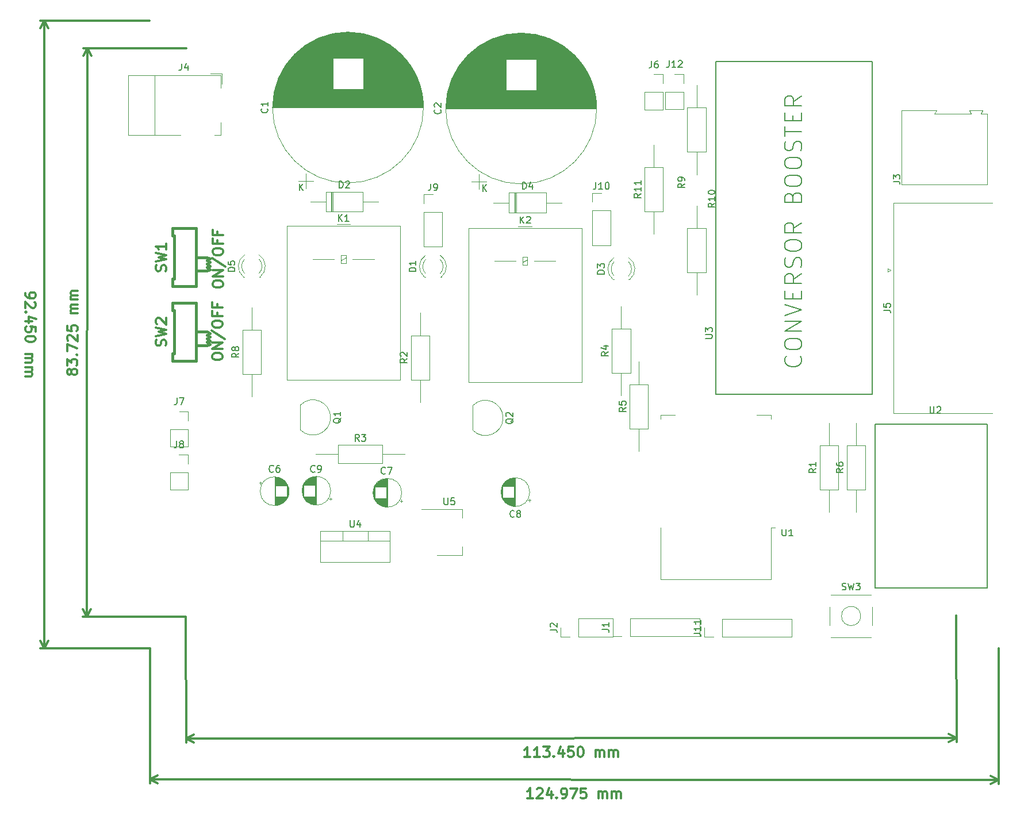
<source format=gbr>
G04 #@! TF.GenerationSoftware,KiCad,Pcbnew,(5.0.1)-4*
G04 #@! TF.CreationDate,2019-04-16T10:01:15-03:00*
G04 #@! TF.ProjectId,Ignitor,49676E69746F722E6B696361645F7063,rev?*
G04 #@! TF.SameCoordinates,Original*
G04 #@! TF.FileFunction,Legend,Top*
G04 #@! TF.FilePolarity,Positive*
%FSLAX46Y46*%
G04 Gerber Fmt 4.6, Leading zero omitted, Abs format (unit mm)*
G04 Created by KiCad (PCBNEW (5.0.1)-4) date 16/04/2019 10:01:15*
%MOMM*%
%LPD*%
G01*
G04 APERTURE LIST*
%ADD10C,0.300000*%
%ADD11C,0.120000*%
%ADD12C,0.150000*%
%ADD13C,0.381000*%
%ADD14C,0.304800*%
G04 APERTURE END LIST*
D10*
X175971864Y-131031670D02*
X175114722Y-131032426D01*
X175543293Y-131032048D02*
X175541971Y-129532049D01*
X175399303Y-129746460D01*
X175256572Y-129889443D01*
X175113777Y-129960998D01*
X177400435Y-131030411D02*
X176543293Y-131031167D01*
X176971864Y-131030789D02*
X176970542Y-129530789D01*
X176827874Y-129745201D01*
X176685142Y-129888184D01*
X176542348Y-129959738D01*
X177899113Y-129529971D02*
X178827684Y-129529152D01*
X178328188Y-130101022D01*
X178542473Y-130100833D01*
X178685394Y-130172135D01*
X178756885Y-130243501D01*
X178828440Y-130386295D01*
X178828754Y-130743438D01*
X178757452Y-130886358D01*
X178686086Y-130957849D01*
X178543292Y-131029404D01*
X178114721Y-131029781D01*
X177971801Y-130958479D01*
X177900309Y-130887113D01*
X179471737Y-130885728D02*
X179543229Y-130957094D01*
X179471863Y-131028585D01*
X179400372Y-130957220D01*
X179471737Y-130885728D01*
X179471863Y-131028585D01*
X180828124Y-130027389D02*
X180829005Y-131027389D01*
X180470478Y-129456276D02*
X180114279Y-130528019D01*
X181042850Y-130527200D01*
X182327683Y-129526067D02*
X181613397Y-129526697D01*
X181542598Y-130241045D01*
X181613964Y-130169554D01*
X181756758Y-130097999D01*
X182113901Y-130097685D01*
X182256821Y-130168987D01*
X182328312Y-130240353D01*
X182399867Y-130383147D01*
X182400182Y-130740290D01*
X182328879Y-130883210D01*
X182257513Y-130954701D01*
X182114719Y-131026256D01*
X181757576Y-131026571D01*
X181614656Y-130955268D01*
X181543165Y-130883902D01*
X183327682Y-129525186D02*
X183470539Y-129525060D01*
X183613459Y-129596363D01*
X183684951Y-129667728D01*
X183756505Y-129810522D01*
X183828186Y-130096174D01*
X183828501Y-130453316D01*
X183757324Y-130739093D01*
X183686021Y-130882013D01*
X183614656Y-130953505D01*
X183471861Y-131025059D01*
X183329004Y-131025185D01*
X183186084Y-130953883D01*
X183114593Y-130882517D01*
X183043038Y-130739723D01*
X182971358Y-130454072D01*
X182971043Y-130096929D01*
X183042220Y-129811152D01*
X183113523Y-129668232D01*
X183184888Y-129596740D01*
X183327682Y-129525186D01*
X185614718Y-131023171D02*
X185613836Y-130023171D01*
X185613962Y-130166028D02*
X185685328Y-130094537D01*
X185828122Y-130022982D01*
X186042408Y-130022793D01*
X186185328Y-130094096D01*
X186256882Y-130236890D01*
X186257575Y-131022604D01*
X186256882Y-130236890D02*
X186328185Y-130093970D01*
X186470979Y-130022416D01*
X186685265Y-130022227D01*
X186828185Y-130093529D01*
X186899739Y-130236323D01*
X186900432Y-131022037D01*
X187614717Y-131021408D02*
X187613836Y-130021408D01*
X187613962Y-130164265D02*
X187685327Y-130092774D01*
X187828121Y-130021219D01*
X188042407Y-130021030D01*
X188185327Y-130092333D01*
X188256881Y-130235127D01*
X188257574Y-131020841D01*
X188256881Y-130235127D02*
X188328184Y-130092207D01*
X188470978Y-130020653D01*
X188685264Y-130020464D01*
X188828184Y-130091766D01*
X188899738Y-130234560D01*
X188900431Y-131020274D01*
X125315842Y-128297749D02*
X238765842Y-128197749D01*
X125300000Y-110325000D02*
X125316359Y-128884170D01*
X238750000Y-110225000D02*
X238766359Y-128784170D01*
X238765842Y-128197749D02*
X237639856Y-128785162D01*
X238765842Y-128197749D02*
X237638822Y-127612321D01*
X125315842Y-128297749D02*
X126442862Y-128883177D01*
X125315842Y-128297749D02*
X126441828Y-127710336D01*
X108446490Y-74420915D02*
X108374891Y-74563687D01*
X108303377Y-74635030D01*
X108160435Y-74706288D01*
X108089006Y-74706203D01*
X107946235Y-74634604D01*
X107874891Y-74563090D01*
X107803634Y-74420148D01*
X107803975Y-74134434D01*
X107875574Y-73991662D01*
X107947088Y-73920319D01*
X108090030Y-73849061D01*
X108161459Y-73849146D01*
X108304230Y-73920745D01*
X108375574Y-73992259D01*
X108446831Y-74135201D01*
X108446490Y-74420915D01*
X108517748Y-74563858D01*
X108589091Y-74635372D01*
X108731863Y-74706971D01*
X109017577Y-74707312D01*
X109160519Y-74636054D01*
X109232033Y-74564711D01*
X109303632Y-74421939D01*
X109303974Y-74136225D01*
X109232716Y-73993283D01*
X109161373Y-73921769D01*
X109018601Y-73850170D01*
X108732887Y-73849829D01*
X108589944Y-73921086D01*
X108518431Y-73992430D01*
X108446831Y-74135201D01*
X107804913Y-73348720D02*
X107806022Y-72420149D01*
X108376853Y-72920831D01*
X108377109Y-72706546D01*
X108448708Y-72563774D01*
X108520222Y-72492431D01*
X108663165Y-72421173D01*
X109020307Y-72421599D01*
X109163079Y-72493198D01*
X109234422Y-72564712D01*
X109305680Y-72707655D01*
X109305168Y-73136226D01*
X109233569Y-73278998D01*
X109162055Y-73350341D01*
X109163932Y-71778913D02*
X109235446Y-71707570D01*
X109306789Y-71779084D01*
X109235275Y-71850427D01*
X109163932Y-71778913D01*
X109306789Y-71779084D01*
X107807473Y-71205864D02*
X107808667Y-70205865D01*
X109307898Y-70850513D01*
X107952121Y-69706036D02*
X107880778Y-69634522D01*
X107809520Y-69491580D01*
X107809947Y-69134437D01*
X107881546Y-68991665D01*
X107953060Y-68920322D01*
X108096002Y-68849064D01*
X108238859Y-68849235D01*
X108453059Y-68920919D01*
X109309178Y-69779085D01*
X109310287Y-68850515D01*
X107811909Y-67491581D02*
X107811056Y-68205866D01*
X108525256Y-68278148D01*
X108453912Y-68206634D01*
X108382655Y-68063692D01*
X108383081Y-67706549D01*
X108454680Y-67563777D01*
X108526194Y-67492434D01*
X108669136Y-67421176D01*
X109026279Y-67421603D01*
X109169051Y-67493202D01*
X109240394Y-67564716D01*
X109311652Y-67707658D01*
X109311225Y-68064801D01*
X109239626Y-68207573D01*
X109168112Y-68278916D01*
X109314126Y-65636231D02*
X108314127Y-65635037D01*
X108456984Y-65635207D02*
X108385641Y-65563694D01*
X108314383Y-65420751D01*
X108314639Y-65206466D01*
X108386238Y-65063694D01*
X108529180Y-64992436D01*
X109314894Y-64993374D01*
X108529180Y-64992436D02*
X108386408Y-64920837D01*
X108315150Y-64777895D01*
X108315406Y-64563609D01*
X108387006Y-64420837D01*
X108529948Y-64349579D01*
X109315662Y-64350518D01*
X109316515Y-63636233D02*
X108316515Y-63635038D01*
X108459373Y-63635209D02*
X108388029Y-63563695D01*
X108316771Y-63420753D01*
X108317027Y-63206467D01*
X108388626Y-63063695D01*
X108531569Y-62992437D01*
X109317283Y-62993376D01*
X108531569Y-62992437D02*
X108388797Y-62920838D01*
X108317539Y-62777896D01*
X108317795Y-62563610D01*
X108389394Y-62420839D01*
X108532337Y-62349581D01*
X109318050Y-62350519D01*
X110782142Y-26632570D02*
X110682142Y-110357570D01*
X125375000Y-26650000D02*
X110195722Y-26631870D01*
X125275000Y-110375000D02*
X110095722Y-110356870D01*
X110682142Y-110357570D02*
X110097067Y-109230367D01*
X110682142Y-110357570D02*
X111269908Y-109231767D01*
X110782142Y-26632570D02*
X110194376Y-27758373D01*
X110782142Y-26632570D02*
X111367217Y-27759773D01*
X101661214Y-62713489D02*
X101661368Y-62999203D01*
X101732874Y-63142022D01*
X101804341Y-63213411D01*
X102018704Y-63356153D01*
X102304457Y-63427427D01*
X102875885Y-63427118D01*
X103018704Y-63355612D01*
X103090094Y-63284145D01*
X103161445Y-63141249D01*
X103161291Y-62855535D01*
X103089785Y-62712716D01*
X103018318Y-62641326D01*
X102875422Y-62569975D01*
X102518279Y-62570168D01*
X102375461Y-62641674D01*
X102304071Y-62713141D01*
X102232719Y-62856037D01*
X102232874Y-63141751D01*
X102304380Y-63284570D01*
X102375847Y-63355960D01*
X102518743Y-63427311D01*
X103019052Y-63998469D02*
X103090519Y-64069859D01*
X103162025Y-64212677D01*
X103162218Y-64569820D01*
X103090866Y-64712716D01*
X103019477Y-64784183D01*
X102876658Y-64855689D01*
X102733801Y-64855766D01*
X102519477Y-64784454D01*
X101661870Y-63927774D01*
X101662372Y-64856346D01*
X101805577Y-65499125D02*
X101734187Y-65570593D01*
X101662720Y-65499203D01*
X101734110Y-65427735D01*
X101805577Y-65499125D01*
X101662720Y-65499203D01*
X102663454Y-66855805D02*
X101663454Y-66856345D01*
X103234689Y-66498353D02*
X102163068Y-66141789D01*
X102163570Y-67070361D01*
X103164265Y-68355534D02*
X103163879Y-67641248D01*
X102449555Y-67570206D01*
X102521022Y-67641596D01*
X102592528Y-67784414D01*
X102592721Y-68141557D01*
X102521369Y-68284453D01*
X102449980Y-68355920D01*
X102307161Y-68427426D01*
X101950018Y-68427619D01*
X101807123Y-68356268D01*
X101735655Y-68284878D01*
X101664149Y-68142059D01*
X101663956Y-67784917D01*
X101735308Y-67642021D01*
X101806698Y-67570554D01*
X103164806Y-69355534D02*
X103164883Y-69498391D01*
X103093532Y-69641287D01*
X103022142Y-69712754D01*
X102879324Y-69784260D01*
X102593648Y-69855843D01*
X102236505Y-69856036D01*
X101950752Y-69784762D01*
X101807856Y-69713411D01*
X101736389Y-69642021D01*
X101664883Y-69499202D01*
X101664806Y-69356345D01*
X101736158Y-69213449D01*
X101807547Y-69141982D01*
X101950366Y-69070476D01*
X102236042Y-68998893D01*
X102593184Y-68998700D01*
X102878937Y-69069974D01*
X103021833Y-69141325D01*
X103093300Y-69212715D01*
X103164806Y-69355534D01*
X101666042Y-71642059D02*
X102666042Y-71641518D01*
X102523185Y-71641595D02*
X102594652Y-71712985D01*
X102666158Y-71855804D01*
X102666274Y-72070089D01*
X102594923Y-72212985D01*
X102452104Y-72284491D01*
X101666390Y-72284916D01*
X102452104Y-72284491D02*
X102595000Y-72355842D01*
X102666506Y-72498661D01*
X102666622Y-72712947D01*
X102595270Y-72855842D01*
X102452452Y-72927348D01*
X101666738Y-72927773D01*
X101667124Y-73642059D02*
X102667124Y-73641518D01*
X102524267Y-73641595D02*
X102595734Y-73712985D01*
X102667240Y-73855803D01*
X102667356Y-74070089D01*
X102596004Y-74212985D01*
X102453186Y-74284491D01*
X101667472Y-74284916D01*
X102453186Y-74284491D02*
X102596082Y-74355842D01*
X102667587Y-74498661D01*
X102667703Y-74712946D01*
X102596352Y-74855842D01*
X102453534Y-74927348D01*
X101667819Y-74927773D01*
X104418069Y-22558414D02*
X104468069Y-115008414D01*
X119975000Y-22550000D02*
X103831649Y-22558731D01*
X120025000Y-115000000D02*
X103881649Y-115008731D01*
X104468069Y-115008414D02*
X103881039Y-113882228D01*
X104468069Y-115008414D02*
X105053880Y-113881593D01*
X104418069Y-22558414D02*
X103832258Y-23685235D01*
X104418069Y-22558414D02*
X105005099Y-23684600D01*
X176402800Y-137125213D02*
X175545657Y-137124699D01*
X175974228Y-137124956D02*
X175975129Y-135624956D01*
X175832143Y-135839156D01*
X175689200Y-135981928D01*
X175546300Y-136053270D01*
X176975043Y-135768414D02*
X177046514Y-135697028D01*
X177189414Y-135625685D01*
X177546557Y-135625899D01*
X177689371Y-135697414D01*
X177760757Y-135768885D01*
X177832100Y-135911785D01*
X177832014Y-136054642D01*
X177760457Y-136268885D01*
X176902800Y-137125513D01*
X177831371Y-137126071D01*
X179117685Y-136126842D02*
X179117085Y-137126842D01*
X178760885Y-135555200D02*
X178403099Y-136626414D01*
X179331671Y-136626971D01*
X179902885Y-136984457D02*
X179974271Y-137055928D01*
X179902799Y-137127314D01*
X179831413Y-137055842D01*
X179902885Y-136984457D01*
X179902799Y-137127314D01*
X180688513Y-137127785D02*
X180974228Y-137127957D01*
X181117128Y-137056614D01*
X181188599Y-136985228D01*
X181331585Y-136771028D01*
X181403185Y-136485357D01*
X181403528Y-135913928D01*
X181332185Y-135771028D01*
X181260799Y-135699557D01*
X181117985Y-135628043D01*
X180832271Y-135627871D01*
X180689371Y-135699214D01*
X180617899Y-135770600D01*
X180546385Y-135913414D01*
X180546171Y-136270557D01*
X180617513Y-136413457D01*
X180688899Y-136484928D01*
X180831713Y-136556442D01*
X181117428Y-136556614D01*
X181260328Y-136485271D01*
X181331799Y-136413885D01*
X181403313Y-136271071D01*
X181903699Y-135628514D02*
X182903699Y-135629114D01*
X182259942Y-137128728D01*
X184189413Y-135629886D02*
X183475127Y-135629457D01*
X183403270Y-136343700D01*
X183474741Y-136272314D01*
X183617641Y-136200971D01*
X183974784Y-136201186D01*
X184117599Y-136272700D01*
X184188984Y-136344171D01*
X184260327Y-136487071D01*
X184260113Y-136844214D01*
X184188598Y-136987028D01*
X184117127Y-137058414D01*
X183974227Y-137129757D01*
X183617084Y-137129543D01*
X183474270Y-137058028D01*
X183402884Y-136986557D01*
X186045655Y-137131000D02*
X186046255Y-136131000D01*
X186046170Y-136273857D02*
X186117641Y-136202472D01*
X186260541Y-136131129D01*
X186474827Y-136131257D01*
X186617641Y-136202772D01*
X186688984Y-136345672D01*
X186688512Y-137131386D01*
X186688984Y-136345672D02*
X186760498Y-136202857D01*
X186903398Y-136131515D01*
X187117684Y-136131643D01*
X187260498Y-136203158D01*
X187331841Y-136346058D01*
X187331369Y-137131772D01*
X188045655Y-137132200D02*
X188046255Y-136132201D01*
X188046169Y-136275058D02*
X188117641Y-136203672D01*
X188260541Y-136132329D01*
X188474826Y-136132458D01*
X188617641Y-136203972D01*
X188688983Y-136346872D01*
X188688512Y-137132586D01*
X188688983Y-136346872D02*
X188760498Y-136204058D01*
X188903398Y-136132715D01*
X189117683Y-136132843D01*
X189260498Y-136204358D01*
X189331840Y-136347258D01*
X189331369Y-137132972D01*
X119988395Y-134312786D02*
X244963395Y-134387786D01*
X120000000Y-114975000D02*
X119988043Y-134899206D01*
X244975000Y-115050000D02*
X244963043Y-134974206D01*
X244963395Y-134387786D02*
X243836540Y-134973531D01*
X244963395Y-134387786D02*
X243837243Y-133800689D01*
X119988395Y-134312786D02*
X121114547Y-134899883D01*
X119988395Y-134312786D02*
X121115250Y-133727041D01*
D11*
G04 #@! TO.C,J11*
X214490000Y-113330000D02*
X214490000Y-110670000D01*
X204270000Y-113330000D02*
X214490000Y-113330000D01*
X204270000Y-110670000D02*
X214490000Y-110670000D01*
X204270000Y-113330000D02*
X204270000Y-110670000D01*
X203000000Y-113330000D02*
X201670000Y-113330000D01*
X201670000Y-113330000D02*
X201670000Y-112000000D01*
G04 #@! TO.C,J12*
X195920000Y-33020000D02*
X198580000Y-33020000D01*
X195920000Y-33020000D02*
X195920000Y-35620000D01*
X195920000Y-35620000D02*
X198580000Y-35620000D01*
X198580000Y-33020000D02*
X198580000Y-35620000D01*
X198580000Y-30420000D02*
X198580000Y-31750000D01*
X197250000Y-30420000D02*
X198580000Y-30420000D01*
G04 #@! TO.C,R1*
X218630000Y-91650000D02*
X221370000Y-91650000D01*
X221370000Y-91650000D02*
X221370000Y-85110000D01*
X221370000Y-85110000D02*
X218630000Y-85110000D01*
X218630000Y-85110000D02*
X218630000Y-91650000D01*
X220000000Y-94960000D02*
X220000000Y-91650000D01*
X220000000Y-81800000D02*
X220000000Y-85110000D01*
G04 #@! TO.C,R6*
X222630000Y-91650000D02*
X225370000Y-91650000D01*
X225370000Y-91650000D02*
X225370000Y-85110000D01*
X225370000Y-85110000D02*
X222630000Y-85110000D01*
X222630000Y-85110000D02*
X222630000Y-91650000D01*
X224000000Y-94960000D02*
X224000000Y-91650000D01*
X224000000Y-81800000D02*
X224000000Y-85110000D01*
D12*
G04 #@! TO.C,U3*
X226350000Y-77575000D02*
X203350000Y-77575000D01*
X226350000Y-28575000D02*
X226350000Y-77575000D01*
X203350000Y-28575000D02*
X226350000Y-28575000D01*
X203350000Y-77575000D02*
X203350000Y-28575000D01*
D11*
G04 #@! TO.C,SW3*
X224664214Y-110250000D02*
G75*
G03X224664214Y-110250000I-1414214J0D01*
G01*
X220280000Y-113370000D02*
X226220000Y-113370000D01*
X220280000Y-107130000D02*
X226220000Y-107130000D01*
X220130000Y-111590000D02*
X220130000Y-108910000D01*
X226370000Y-108910000D02*
X226370000Y-111590000D01*
G04 #@! TO.C,J10*
X185140000Y-47920000D02*
X186470000Y-47920000D01*
X185140000Y-49250000D02*
X185140000Y-47920000D01*
X185140000Y-50520000D02*
X187800000Y-50520000D01*
X187800000Y-50520000D02*
X187800000Y-55660000D01*
X185140000Y-50520000D02*
X185140000Y-55660000D01*
X185140000Y-55660000D02*
X187800000Y-55660000D01*
G04 #@! TO.C,J9*
X160340000Y-55850000D02*
X163000000Y-55850000D01*
X160340000Y-50710000D02*
X160340000Y-55850000D01*
X163000000Y-50710000D02*
X163000000Y-55850000D01*
X160340000Y-50710000D02*
X163000000Y-50710000D01*
X160340000Y-49440000D02*
X160340000Y-48110000D01*
X160340000Y-48110000D02*
X161670000Y-48110000D01*
G04 #@! TO.C,J7*
X124300000Y-80110000D02*
X125630000Y-80110000D01*
X125630000Y-80110000D02*
X125630000Y-81440000D01*
X125630000Y-82710000D02*
X125630000Y-85310000D01*
X122970000Y-85310000D02*
X125630000Y-85310000D01*
X122970000Y-82710000D02*
X122970000Y-85310000D01*
X122970000Y-82710000D02*
X125630000Y-82710000D01*
G04 #@! TO.C,J8*
X122940000Y-89060000D02*
X125600000Y-89060000D01*
X122940000Y-89060000D02*
X122940000Y-91660000D01*
X122940000Y-91660000D02*
X125600000Y-91660000D01*
X125600000Y-89060000D02*
X125600000Y-91660000D01*
X125600000Y-86460000D02*
X125600000Y-87790000D01*
X124270000Y-86460000D02*
X125600000Y-86460000D01*
G04 #@! TO.C,J6*
X192870000Y-33070000D02*
X195530000Y-33070000D01*
X192870000Y-33070000D02*
X192870000Y-35670000D01*
X192870000Y-35670000D02*
X195530000Y-35670000D01*
X195530000Y-33070000D02*
X195530000Y-35670000D01*
X195530000Y-30470000D02*
X195530000Y-31800000D01*
X194200000Y-30470000D02*
X195530000Y-30470000D01*
G04 #@! TO.C,R11*
X192830000Y-50650000D02*
X195570000Y-50650000D01*
X195570000Y-50650000D02*
X195570000Y-44110000D01*
X195570000Y-44110000D02*
X192830000Y-44110000D01*
X192830000Y-44110000D02*
X192830000Y-50650000D01*
X194200000Y-53960000D02*
X194200000Y-50650000D01*
X194200000Y-40800000D02*
X194200000Y-44110000D01*
G04 #@! TO.C,J5*
X244060000Y-80345000D02*
X229520000Y-80345000D01*
X229520000Y-80345000D02*
X229520000Y-49375000D01*
X229520000Y-49375000D02*
X244060000Y-49375000D01*
X228625662Y-59570000D02*
X228625662Y-59070000D01*
X228625662Y-59070000D02*
X229058675Y-59320000D01*
X229058675Y-59320000D02*
X228625662Y-59570000D01*
D13*
G04 #@! TO.C,SW1*
X128799940Y-58700480D02*
X128401160Y-58400760D01*
X128401160Y-58400760D02*
X128799940Y-58101040D01*
X128799940Y-58101040D02*
X128401160Y-57900380D01*
X128401160Y-57900380D02*
X128799940Y-57600660D01*
X128799940Y-57600660D02*
X128401160Y-57400000D01*
X128401160Y-59398980D02*
X128799940Y-59200860D01*
X128799940Y-59200860D02*
X128401160Y-58901140D01*
X128401160Y-58901140D02*
X128799940Y-58700480D01*
X126800960Y-59398980D02*
X128401160Y-59398980D01*
X126800960Y-57400000D02*
X128401160Y-57400000D01*
X126800960Y-61700220D02*
X126800960Y-53099780D01*
X126800960Y-53099780D02*
X123300840Y-53099780D01*
X123300840Y-53099780D02*
X123300840Y-54199600D01*
X123300840Y-54199600D02*
X123600560Y-54199600D01*
X123600560Y-54199600D02*
X123600560Y-60600400D01*
X123600560Y-60600400D02*
X123300840Y-60600400D01*
X123300840Y-60600400D02*
X123300840Y-61700220D01*
X123300840Y-61700220D02*
X126800960Y-61700220D01*
G04 #@! TO.C,SW2*
X128799940Y-69700480D02*
X128401160Y-69400760D01*
X128401160Y-69400760D02*
X128799940Y-69101040D01*
X128799940Y-69101040D02*
X128401160Y-68900380D01*
X128401160Y-68900380D02*
X128799940Y-68600660D01*
X128799940Y-68600660D02*
X128401160Y-68400000D01*
X128401160Y-70398980D02*
X128799940Y-70200860D01*
X128799940Y-70200860D02*
X128401160Y-69901140D01*
X128401160Y-69901140D02*
X128799940Y-69700480D01*
X126800960Y-70398980D02*
X128401160Y-70398980D01*
X126800960Y-68400000D02*
X128401160Y-68400000D01*
X126800960Y-72700220D02*
X126800960Y-64099780D01*
X126800960Y-64099780D02*
X123300840Y-64099780D01*
X123300840Y-64099780D02*
X123300840Y-65199600D01*
X123300840Y-65199600D02*
X123600560Y-65199600D01*
X123600560Y-65199600D02*
X123600560Y-71600400D01*
X123600560Y-71600400D02*
X123300840Y-71600400D01*
X123300840Y-71600400D02*
X123300840Y-72700220D01*
X123300840Y-72700220D02*
X126800960Y-72700220D01*
D11*
G04 #@! TO.C,U4*
X152091000Y-97700000D02*
X152091000Y-99210000D01*
X148390000Y-97700000D02*
X148390000Y-99210000D01*
X145120000Y-99210000D02*
X155360000Y-99210000D01*
X155360000Y-97700000D02*
X155360000Y-102341000D01*
X145120000Y-97700000D02*
X145120000Y-102341000D01*
X145120000Y-102341000D02*
X155360000Y-102341000D01*
X145120000Y-97700000D02*
X155360000Y-97700000D01*
G04 #@! TO.C,C1*
X141825000Y-46139337D02*
X144025000Y-46139337D01*
X142925000Y-47239337D02*
X142925000Y-45039337D01*
X149120000Y-24220000D02*
X149200000Y-24220000D01*
X148257000Y-24260000D02*
X150063000Y-24260000D01*
X147868000Y-24300000D02*
X150452000Y-24300000D01*
X147570000Y-24340000D02*
X150750000Y-24340000D01*
X147320000Y-24380000D02*
X151000000Y-24380000D01*
X147100000Y-24420000D02*
X151220000Y-24420000D01*
X146902000Y-24460000D02*
X151418000Y-24460000D01*
X146720000Y-24500000D02*
X151600000Y-24500000D01*
X146551000Y-24540000D02*
X151769000Y-24540000D01*
X146393000Y-24580000D02*
X151927000Y-24580000D01*
X146244000Y-24620000D02*
X152076000Y-24620000D01*
X146102000Y-24660000D02*
X152218000Y-24660000D01*
X145968000Y-24700000D02*
X152352000Y-24700000D01*
X145839000Y-24740000D02*
X152481000Y-24740000D01*
X145715000Y-24780000D02*
X152605000Y-24780000D01*
X145596000Y-24820000D02*
X152724000Y-24820000D01*
X145481000Y-24860000D02*
X152839000Y-24860000D01*
X145371000Y-24900000D02*
X152949000Y-24900000D01*
X145263000Y-24940000D02*
X153057000Y-24940000D01*
X145159000Y-24980000D02*
X153161000Y-24980000D01*
X145058000Y-25020000D02*
X153262000Y-25020000D01*
X144960000Y-25060000D02*
X153360000Y-25060000D01*
X144864000Y-25100000D02*
X153456000Y-25100000D01*
X144771000Y-25140000D02*
X153549000Y-25140000D01*
X144680000Y-25180000D02*
X153640000Y-25180000D01*
X144591000Y-25220000D02*
X153729000Y-25220000D01*
X144504000Y-25260000D02*
X153816000Y-25260000D01*
X144419000Y-25300000D02*
X153901000Y-25300000D01*
X144336000Y-25340000D02*
X153984000Y-25340000D01*
X144255000Y-25380000D02*
X154065000Y-25380000D01*
X144175000Y-25420000D02*
X154145000Y-25420000D01*
X144097000Y-25460000D02*
X154223000Y-25460000D01*
X144020000Y-25500000D02*
X154300000Y-25500000D01*
X143945000Y-25540000D02*
X154375000Y-25540000D01*
X143871000Y-25580000D02*
X154449000Y-25580000D01*
X143798000Y-25620000D02*
X154522000Y-25620000D01*
X143727000Y-25660000D02*
X154593000Y-25660000D01*
X143657000Y-25700000D02*
X154663000Y-25700000D01*
X143588000Y-25740000D02*
X154732000Y-25740000D01*
X143520000Y-25780000D02*
X154800000Y-25780000D01*
X143453000Y-25820000D02*
X154867000Y-25820000D01*
X143387000Y-25860000D02*
X154933000Y-25860000D01*
X143322000Y-25900000D02*
X154998000Y-25900000D01*
X143259000Y-25940000D02*
X155061000Y-25940000D01*
X143196000Y-25980000D02*
X155124000Y-25980000D01*
X143134000Y-26020000D02*
X155186000Y-26020000D01*
X143073000Y-26060000D02*
X155247000Y-26060000D01*
X143013000Y-26100000D02*
X155307000Y-26100000D01*
X142953000Y-26140000D02*
X155367000Y-26140000D01*
X142895000Y-26180000D02*
X155425000Y-26180000D01*
X142837000Y-26220000D02*
X155483000Y-26220000D01*
X142780000Y-26260000D02*
X155540000Y-26260000D01*
X142724000Y-26300000D02*
X155596000Y-26300000D01*
X142668000Y-26340000D02*
X155652000Y-26340000D01*
X142614000Y-26380000D02*
X155706000Y-26380000D01*
X142560000Y-26420000D02*
X155760000Y-26420000D01*
X142506000Y-26460000D02*
X155814000Y-26460000D01*
X142453000Y-26500000D02*
X155867000Y-26500000D01*
X142401000Y-26540000D02*
X155919000Y-26540000D01*
X142350000Y-26580000D02*
X155970000Y-26580000D01*
X142299000Y-26620000D02*
X156021000Y-26620000D01*
X142249000Y-26660000D02*
X156071000Y-26660000D01*
X142199000Y-26700000D02*
X156121000Y-26700000D01*
X142150000Y-26740000D02*
X156170000Y-26740000D01*
X142102000Y-26780000D02*
X156218000Y-26780000D01*
X142054000Y-26820000D02*
X156266000Y-26820000D01*
X142006000Y-26860000D02*
X156314000Y-26860000D01*
X141959000Y-26900000D02*
X156361000Y-26900000D01*
X141913000Y-26940000D02*
X156407000Y-26940000D01*
X141867000Y-26980000D02*
X156453000Y-26980000D01*
X141822000Y-27020000D02*
X156498000Y-27020000D01*
X141777000Y-27060000D02*
X156543000Y-27060000D01*
X141732000Y-27100000D02*
X156588000Y-27100000D01*
X141689000Y-27140000D02*
X156631000Y-27140000D01*
X141645000Y-27179000D02*
X156675000Y-27179000D01*
X141602000Y-27219000D02*
X156718000Y-27219000D01*
X141560000Y-27259000D02*
X156760000Y-27259000D01*
X141518000Y-27299000D02*
X156802000Y-27299000D01*
X141476000Y-27339000D02*
X156844000Y-27339000D01*
X141435000Y-27379000D02*
X156885000Y-27379000D01*
X141394000Y-27419000D02*
X156926000Y-27419000D01*
X141353000Y-27459000D02*
X156967000Y-27459000D01*
X141314000Y-27499000D02*
X157006000Y-27499000D01*
X141274000Y-27539000D02*
X157046000Y-27539000D01*
X141235000Y-27579000D02*
X157085000Y-27579000D01*
X141196000Y-27619000D02*
X157124000Y-27619000D01*
X141158000Y-27659000D02*
X157162000Y-27659000D01*
X141120000Y-27699000D02*
X157200000Y-27699000D01*
X141082000Y-27739000D02*
X157238000Y-27739000D01*
X141045000Y-27779000D02*
X157275000Y-27779000D01*
X141008000Y-27819000D02*
X157312000Y-27819000D01*
X140971000Y-27859000D02*
X157349000Y-27859000D01*
X140935000Y-27899000D02*
X157385000Y-27899000D01*
X140899000Y-27939000D02*
X157421000Y-27939000D01*
X140864000Y-27979000D02*
X157456000Y-27979000D01*
X140829000Y-28019000D02*
X157491000Y-28019000D01*
X140794000Y-28059000D02*
X157526000Y-28059000D01*
X140759000Y-28099000D02*
X157561000Y-28099000D01*
X151400000Y-28139000D02*
X157595000Y-28139000D01*
X140725000Y-28139000D02*
X146920000Y-28139000D01*
X151400000Y-28179000D02*
X157629000Y-28179000D01*
X140691000Y-28179000D02*
X146920000Y-28179000D01*
X151400000Y-28219000D02*
X157662000Y-28219000D01*
X140658000Y-28219000D02*
X146920000Y-28219000D01*
X151400000Y-28259000D02*
X157695000Y-28259000D01*
X140625000Y-28259000D02*
X146920000Y-28259000D01*
X151400000Y-28299000D02*
X157728000Y-28299000D01*
X140592000Y-28299000D02*
X146920000Y-28299000D01*
X151400000Y-28339000D02*
X157761000Y-28339000D01*
X140559000Y-28339000D02*
X146920000Y-28339000D01*
X151400000Y-28379000D02*
X157793000Y-28379000D01*
X140527000Y-28379000D02*
X146920000Y-28379000D01*
X151400000Y-28419000D02*
X157825000Y-28419000D01*
X140495000Y-28419000D02*
X146920000Y-28419000D01*
X151400000Y-28459000D02*
X157857000Y-28459000D01*
X140463000Y-28459000D02*
X146920000Y-28459000D01*
X151400000Y-28499000D02*
X157888000Y-28499000D01*
X140432000Y-28499000D02*
X146920000Y-28499000D01*
X151400000Y-28539000D02*
X157919000Y-28539000D01*
X140401000Y-28539000D02*
X146920000Y-28539000D01*
X151400000Y-28579000D02*
X157950000Y-28579000D01*
X140370000Y-28579000D02*
X146920000Y-28579000D01*
X151400000Y-28619000D02*
X157980000Y-28619000D01*
X140340000Y-28619000D02*
X146920000Y-28619000D01*
X151400000Y-28659000D02*
X158010000Y-28659000D01*
X140310000Y-28659000D02*
X146920000Y-28659000D01*
X151400000Y-28699000D02*
X158040000Y-28699000D01*
X140280000Y-28699000D02*
X146920000Y-28699000D01*
X151400000Y-28739000D02*
X158070000Y-28739000D01*
X140250000Y-28739000D02*
X146920000Y-28739000D01*
X151400000Y-28779000D02*
X158099000Y-28779000D01*
X140221000Y-28779000D02*
X146920000Y-28779000D01*
X151400000Y-28819000D02*
X158128000Y-28819000D01*
X140192000Y-28819000D02*
X146920000Y-28819000D01*
X151400000Y-28859000D02*
X158157000Y-28859000D01*
X140163000Y-28859000D02*
X146920000Y-28859000D01*
X151400000Y-28899000D02*
X158186000Y-28899000D01*
X140134000Y-28899000D02*
X146920000Y-28899000D01*
X151400000Y-28939000D02*
X158214000Y-28939000D01*
X140106000Y-28939000D02*
X146920000Y-28939000D01*
X151400000Y-28979000D02*
X158242000Y-28979000D01*
X140078000Y-28979000D02*
X146920000Y-28979000D01*
X151400000Y-29019000D02*
X158270000Y-29019000D01*
X140050000Y-29019000D02*
X146920000Y-29019000D01*
X151400000Y-29059000D02*
X158297000Y-29059000D01*
X140023000Y-29059000D02*
X146920000Y-29059000D01*
X151400000Y-29099000D02*
X158325000Y-29099000D01*
X139995000Y-29099000D02*
X146920000Y-29099000D01*
X151400000Y-29139000D02*
X158352000Y-29139000D01*
X139968000Y-29139000D02*
X146920000Y-29139000D01*
X151400000Y-29179000D02*
X158378000Y-29179000D01*
X139942000Y-29179000D02*
X146920000Y-29179000D01*
X151400000Y-29219000D02*
X158405000Y-29219000D01*
X139915000Y-29219000D02*
X146920000Y-29219000D01*
X151400000Y-29259000D02*
X158431000Y-29259000D01*
X139889000Y-29259000D02*
X146920000Y-29259000D01*
X151400000Y-29299000D02*
X158457000Y-29299000D01*
X139863000Y-29299000D02*
X146920000Y-29299000D01*
X151400000Y-29339000D02*
X158483000Y-29339000D01*
X139837000Y-29339000D02*
X146920000Y-29339000D01*
X151400000Y-29379000D02*
X158508000Y-29379000D01*
X139812000Y-29379000D02*
X146920000Y-29379000D01*
X151400000Y-29419000D02*
X158534000Y-29419000D01*
X139786000Y-29419000D02*
X146920000Y-29419000D01*
X151400000Y-29459000D02*
X158559000Y-29459000D01*
X139761000Y-29459000D02*
X146920000Y-29459000D01*
X151400000Y-29499000D02*
X158584000Y-29499000D01*
X139736000Y-29499000D02*
X146920000Y-29499000D01*
X151400000Y-29539000D02*
X158608000Y-29539000D01*
X139712000Y-29539000D02*
X146920000Y-29539000D01*
X151400000Y-29579000D02*
X158632000Y-29579000D01*
X139688000Y-29579000D02*
X146920000Y-29579000D01*
X151400000Y-29619000D02*
X158657000Y-29619000D01*
X139663000Y-29619000D02*
X146920000Y-29619000D01*
X151400000Y-29659000D02*
X158680000Y-29659000D01*
X139640000Y-29659000D02*
X146920000Y-29659000D01*
X151400000Y-29699000D02*
X158704000Y-29699000D01*
X139616000Y-29699000D02*
X146920000Y-29699000D01*
X151400000Y-29739000D02*
X158727000Y-29739000D01*
X139593000Y-29739000D02*
X146920000Y-29739000D01*
X151400000Y-29779000D02*
X158751000Y-29779000D01*
X139569000Y-29779000D02*
X146920000Y-29779000D01*
X151400000Y-29819000D02*
X158774000Y-29819000D01*
X139546000Y-29819000D02*
X146920000Y-29819000D01*
X151400000Y-29859000D02*
X158796000Y-29859000D01*
X139524000Y-29859000D02*
X146920000Y-29859000D01*
X151400000Y-29899000D02*
X158819000Y-29899000D01*
X139501000Y-29899000D02*
X146920000Y-29899000D01*
X151400000Y-29939000D02*
X158841000Y-29939000D01*
X139479000Y-29939000D02*
X146920000Y-29939000D01*
X151400000Y-29979000D02*
X158863000Y-29979000D01*
X139457000Y-29979000D02*
X146920000Y-29979000D01*
X151400000Y-30019000D02*
X158885000Y-30019000D01*
X139435000Y-30019000D02*
X146920000Y-30019000D01*
X151400000Y-30059000D02*
X158907000Y-30059000D01*
X139413000Y-30059000D02*
X146920000Y-30059000D01*
X151400000Y-30099000D02*
X158928000Y-30099000D01*
X139392000Y-30099000D02*
X146920000Y-30099000D01*
X151400000Y-30139000D02*
X158950000Y-30139000D01*
X139370000Y-30139000D02*
X146920000Y-30139000D01*
X151400000Y-30179000D02*
X158971000Y-30179000D01*
X139349000Y-30179000D02*
X146920000Y-30179000D01*
X151400000Y-30219000D02*
X158992000Y-30219000D01*
X139328000Y-30219000D02*
X146920000Y-30219000D01*
X151400000Y-30259000D02*
X159012000Y-30259000D01*
X139308000Y-30259000D02*
X146920000Y-30259000D01*
X151400000Y-30299000D02*
X159033000Y-30299000D01*
X139287000Y-30299000D02*
X146920000Y-30299000D01*
X151400000Y-30339000D02*
X159053000Y-30339000D01*
X139267000Y-30339000D02*
X146920000Y-30339000D01*
X151400000Y-30379000D02*
X159073000Y-30379000D01*
X139247000Y-30379000D02*
X146920000Y-30379000D01*
X151400000Y-30419000D02*
X159093000Y-30419000D01*
X139227000Y-30419000D02*
X146920000Y-30419000D01*
X151400000Y-30459000D02*
X159112000Y-30459000D01*
X139208000Y-30459000D02*
X146920000Y-30459000D01*
X151400000Y-30499000D02*
X159132000Y-30499000D01*
X139188000Y-30499000D02*
X146920000Y-30499000D01*
X151400000Y-30539000D02*
X159151000Y-30539000D01*
X139169000Y-30539000D02*
X146920000Y-30539000D01*
X151400000Y-30579000D02*
X159170000Y-30579000D01*
X139150000Y-30579000D02*
X146920000Y-30579000D01*
X151400000Y-30619000D02*
X159189000Y-30619000D01*
X139131000Y-30619000D02*
X146920000Y-30619000D01*
X151400000Y-30659000D02*
X159208000Y-30659000D01*
X139112000Y-30659000D02*
X146920000Y-30659000D01*
X151400000Y-30699000D02*
X159226000Y-30699000D01*
X139094000Y-30699000D02*
X146920000Y-30699000D01*
X151400000Y-30739000D02*
X159244000Y-30739000D01*
X139076000Y-30739000D02*
X146920000Y-30739000D01*
X151400000Y-30779000D02*
X159263000Y-30779000D01*
X139057000Y-30779000D02*
X146920000Y-30779000D01*
X151400000Y-30819000D02*
X159280000Y-30819000D01*
X139040000Y-30819000D02*
X146920000Y-30819000D01*
X151400000Y-30859000D02*
X159298000Y-30859000D01*
X139022000Y-30859000D02*
X146920000Y-30859000D01*
X151400000Y-30899000D02*
X159316000Y-30899000D01*
X139004000Y-30899000D02*
X146920000Y-30899000D01*
X151400000Y-30939000D02*
X159333000Y-30939000D01*
X138987000Y-30939000D02*
X146920000Y-30939000D01*
X151400000Y-30979000D02*
X159350000Y-30979000D01*
X138970000Y-30979000D02*
X146920000Y-30979000D01*
X151400000Y-31019000D02*
X159367000Y-31019000D01*
X138953000Y-31019000D02*
X146920000Y-31019000D01*
X151400000Y-31059000D02*
X159384000Y-31059000D01*
X138936000Y-31059000D02*
X146920000Y-31059000D01*
X151400000Y-31099000D02*
X159400000Y-31099000D01*
X138920000Y-31099000D02*
X146920000Y-31099000D01*
X151400000Y-31139000D02*
X159417000Y-31139000D01*
X138903000Y-31139000D02*
X146920000Y-31139000D01*
X151400000Y-31179000D02*
X159433000Y-31179000D01*
X138887000Y-31179000D02*
X146920000Y-31179000D01*
X151400000Y-31219000D02*
X159449000Y-31219000D01*
X138871000Y-31219000D02*
X146920000Y-31219000D01*
X151400000Y-31259000D02*
X159465000Y-31259000D01*
X138855000Y-31259000D02*
X146920000Y-31259000D01*
X151400000Y-31299000D02*
X159481000Y-31299000D01*
X138839000Y-31299000D02*
X146920000Y-31299000D01*
X151400000Y-31339000D02*
X159496000Y-31339000D01*
X138824000Y-31339000D02*
X146920000Y-31339000D01*
X151400000Y-31379000D02*
X159511000Y-31379000D01*
X138809000Y-31379000D02*
X146920000Y-31379000D01*
X151400000Y-31419000D02*
X159527000Y-31419000D01*
X138793000Y-31419000D02*
X146920000Y-31419000D01*
X151400000Y-31459000D02*
X159542000Y-31459000D01*
X138778000Y-31459000D02*
X146920000Y-31459000D01*
X151400000Y-31499000D02*
X159556000Y-31499000D01*
X138764000Y-31499000D02*
X146920000Y-31499000D01*
X151400000Y-31539000D02*
X159571000Y-31539000D01*
X138749000Y-31539000D02*
X146920000Y-31539000D01*
X151400000Y-31579000D02*
X159586000Y-31579000D01*
X138734000Y-31579000D02*
X146920000Y-31579000D01*
X151400000Y-31619000D02*
X159600000Y-31619000D01*
X138720000Y-31619000D02*
X146920000Y-31619000D01*
X151400000Y-31659000D02*
X159614000Y-31659000D01*
X138706000Y-31659000D02*
X146920000Y-31659000D01*
X151400000Y-31699000D02*
X159628000Y-31699000D01*
X138692000Y-31699000D02*
X146920000Y-31699000D01*
X151400000Y-31739000D02*
X159642000Y-31739000D01*
X138678000Y-31739000D02*
X146920000Y-31739000D01*
X151400000Y-31779000D02*
X159655000Y-31779000D01*
X138665000Y-31779000D02*
X146920000Y-31779000D01*
X151400000Y-31819000D02*
X159669000Y-31819000D01*
X138651000Y-31819000D02*
X146920000Y-31819000D01*
X151400000Y-31859000D02*
X159682000Y-31859000D01*
X138638000Y-31859000D02*
X146920000Y-31859000D01*
X151400000Y-31899000D02*
X159695000Y-31899000D01*
X138625000Y-31899000D02*
X146920000Y-31899000D01*
X151400000Y-31939000D02*
X159708000Y-31939000D01*
X138612000Y-31939000D02*
X146920000Y-31939000D01*
X151400000Y-31979000D02*
X159721000Y-31979000D01*
X138599000Y-31979000D02*
X146920000Y-31979000D01*
X151400000Y-32019000D02*
X159733000Y-32019000D01*
X138587000Y-32019000D02*
X146920000Y-32019000D01*
X151400000Y-32059000D02*
X159746000Y-32059000D01*
X138574000Y-32059000D02*
X146920000Y-32059000D01*
X151400000Y-32099000D02*
X159758000Y-32099000D01*
X138562000Y-32099000D02*
X146920000Y-32099000D01*
X151400000Y-32139000D02*
X159770000Y-32139000D01*
X138550000Y-32139000D02*
X146920000Y-32139000D01*
X151400000Y-32179000D02*
X159782000Y-32179000D01*
X138538000Y-32179000D02*
X146920000Y-32179000D01*
X151400000Y-32219000D02*
X159794000Y-32219000D01*
X138526000Y-32219000D02*
X146920000Y-32219000D01*
X151400000Y-32259000D02*
X159805000Y-32259000D01*
X138515000Y-32259000D02*
X146920000Y-32259000D01*
X151400000Y-32299000D02*
X159817000Y-32299000D01*
X138503000Y-32299000D02*
X146920000Y-32299000D01*
X151400000Y-32339000D02*
X159828000Y-32339000D01*
X138492000Y-32339000D02*
X146920000Y-32339000D01*
X151400000Y-32379000D02*
X159839000Y-32379000D01*
X138481000Y-32379000D02*
X146920000Y-32379000D01*
X151400000Y-32419000D02*
X159850000Y-32419000D01*
X138470000Y-32419000D02*
X146920000Y-32419000D01*
X151400000Y-32459000D02*
X159861000Y-32459000D01*
X138459000Y-32459000D02*
X146920000Y-32459000D01*
X151400000Y-32499000D02*
X159872000Y-32499000D01*
X138448000Y-32499000D02*
X146920000Y-32499000D01*
X151400000Y-32539000D02*
X159882000Y-32539000D01*
X138438000Y-32539000D02*
X146920000Y-32539000D01*
X151400000Y-32579000D02*
X159893000Y-32579000D01*
X138427000Y-32579000D02*
X146920000Y-32579000D01*
X138417000Y-32619000D02*
X159903000Y-32619000D01*
X138407000Y-32659000D02*
X159913000Y-32659000D01*
X138397000Y-32699000D02*
X159923000Y-32699000D01*
X138388000Y-32739000D02*
X159932000Y-32739000D01*
X138378000Y-32779000D02*
X159942000Y-32779000D01*
X138369000Y-32819000D02*
X159951000Y-32819000D01*
X138360000Y-32859000D02*
X159960000Y-32859000D01*
X138351000Y-32899000D02*
X159969000Y-32899000D01*
X138342000Y-32939000D02*
X159978000Y-32939000D01*
X138333000Y-32979000D02*
X159987000Y-32979000D01*
X138324000Y-33019000D02*
X159996000Y-33019000D01*
X138316000Y-33059000D02*
X160004000Y-33059000D01*
X138307000Y-33099000D02*
X160013000Y-33099000D01*
X138299000Y-33139000D02*
X160021000Y-33139000D01*
X138291000Y-33179000D02*
X160029000Y-33179000D01*
X138283000Y-33219000D02*
X160037000Y-33219000D01*
X138276000Y-33259000D02*
X160044000Y-33259000D01*
X138268000Y-33299000D02*
X160052000Y-33299000D01*
X138261000Y-33339000D02*
X160059000Y-33339000D01*
X138254000Y-33379000D02*
X160066000Y-33379000D01*
X138247000Y-33419000D02*
X160073000Y-33419000D01*
X138240000Y-33459000D02*
X160080000Y-33459000D01*
X138233000Y-33499000D02*
X160087000Y-33499000D01*
X138226000Y-33539000D02*
X160094000Y-33539000D01*
X138220000Y-33579000D02*
X160100000Y-33579000D01*
X138213000Y-33619000D02*
X160107000Y-33619000D01*
X138207000Y-33659000D02*
X160113000Y-33659000D01*
X138201000Y-33699000D02*
X160119000Y-33699000D01*
X138195000Y-33739000D02*
X160125000Y-33739000D01*
X138189000Y-33779000D02*
X160131000Y-33779000D01*
X138184000Y-33819000D02*
X160136000Y-33819000D01*
X138178000Y-33859000D02*
X160142000Y-33859000D01*
X138173000Y-33899000D02*
X160147000Y-33899000D01*
X138168000Y-33939000D02*
X160152000Y-33939000D01*
X138163000Y-33979000D02*
X160157000Y-33979000D01*
X138158000Y-34019000D02*
X160162000Y-34019000D01*
X138153000Y-34059000D02*
X160167000Y-34059000D01*
X138149000Y-34099000D02*
X160171000Y-34099000D01*
X138144000Y-34139000D02*
X160176000Y-34139000D01*
X138140000Y-34179000D02*
X160180000Y-34179000D01*
X138136000Y-34219000D02*
X160184000Y-34219000D01*
X138132000Y-34259000D02*
X160188000Y-34259000D01*
X138128000Y-34299000D02*
X160192000Y-34299000D01*
X138125000Y-34339000D02*
X160195000Y-34339000D01*
X138121000Y-34379000D02*
X160199000Y-34379000D01*
X138118000Y-34419000D02*
X160202000Y-34419000D01*
X138114000Y-34459000D02*
X160206000Y-34459000D01*
X138111000Y-34499000D02*
X160209000Y-34499000D01*
X138108000Y-34539000D02*
X160212000Y-34539000D01*
X138106000Y-34579000D02*
X160214000Y-34579000D01*
X138103000Y-34619000D02*
X160217000Y-34619000D01*
X138100000Y-34660000D02*
X160220000Y-34660000D01*
X138098000Y-34700000D02*
X160222000Y-34700000D01*
X138096000Y-34740000D02*
X160224000Y-34740000D01*
X138094000Y-34780000D02*
X160226000Y-34780000D01*
X138092000Y-34820000D02*
X160228000Y-34820000D01*
X138090000Y-34860000D02*
X160230000Y-34860000D01*
X138088000Y-34900000D02*
X160232000Y-34900000D01*
X138087000Y-34940000D02*
X160233000Y-34940000D01*
X138085000Y-34980000D02*
X160235000Y-34980000D01*
X138084000Y-35020000D02*
X160236000Y-35020000D01*
X138083000Y-35060000D02*
X160237000Y-35060000D01*
X138082000Y-35100000D02*
X160238000Y-35100000D01*
X138081000Y-35140000D02*
X160239000Y-35140000D01*
X138081000Y-35180000D02*
X160239000Y-35180000D01*
X138080000Y-35220000D02*
X160240000Y-35220000D01*
X138080000Y-35260000D02*
X160240000Y-35260000D01*
X138080000Y-35300000D02*
X160240000Y-35300000D01*
X138079000Y-35340000D02*
X160241000Y-35340000D01*
X160280000Y-35340000D02*
G75*
G03X160280000Y-35340000I-11120000J0D01*
G01*
G04 #@! TO.C,C2*
X185790000Y-35480000D02*
G75*
G03X185790000Y-35480000I-11120000J0D01*
G01*
X163589000Y-35480000D02*
X185751000Y-35480000D01*
X163590000Y-35440000D02*
X185750000Y-35440000D01*
X163590000Y-35400000D02*
X185750000Y-35400000D01*
X163590000Y-35360000D02*
X185750000Y-35360000D01*
X163591000Y-35320000D02*
X185749000Y-35320000D01*
X163591000Y-35280000D02*
X185749000Y-35280000D01*
X163592000Y-35240000D02*
X185748000Y-35240000D01*
X163593000Y-35200000D02*
X185747000Y-35200000D01*
X163594000Y-35160000D02*
X185746000Y-35160000D01*
X163595000Y-35120000D02*
X185745000Y-35120000D01*
X163597000Y-35080000D02*
X185743000Y-35080000D01*
X163598000Y-35040000D02*
X185742000Y-35040000D01*
X163600000Y-35000000D02*
X185740000Y-35000000D01*
X163602000Y-34960000D02*
X185738000Y-34960000D01*
X163604000Y-34920000D02*
X185736000Y-34920000D01*
X163606000Y-34880000D02*
X185734000Y-34880000D01*
X163608000Y-34840000D02*
X185732000Y-34840000D01*
X163610000Y-34800000D02*
X185730000Y-34800000D01*
X163613000Y-34759000D02*
X185727000Y-34759000D01*
X163616000Y-34719000D02*
X185724000Y-34719000D01*
X163618000Y-34679000D02*
X185722000Y-34679000D01*
X163621000Y-34639000D02*
X185719000Y-34639000D01*
X163624000Y-34599000D02*
X185716000Y-34599000D01*
X163628000Y-34559000D02*
X185712000Y-34559000D01*
X163631000Y-34519000D02*
X185709000Y-34519000D01*
X163635000Y-34479000D02*
X185705000Y-34479000D01*
X163638000Y-34439000D02*
X185702000Y-34439000D01*
X163642000Y-34399000D02*
X185698000Y-34399000D01*
X163646000Y-34359000D02*
X185694000Y-34359000D01*
X163650000Y-34319000D02*
X185690000Y-34319000D01*
X163654000Y-34279000D02*
X185686000Y-34279000D01*
X163659000Y-34239000D02*
X185681000Y-34239000D01*
X163663000Y-34199000D02*
X185677000Y-34199000D01*
X163668000Y-34159000D02*
X185672000Y-34159000D01*
X163673000Y-34119000D02*
X185667000Y-34119000D01*
X163678000Y-34079000D02*
X185662000Y-34079000D01*
X163683000Y-34039000D02*
X185657000Y-34039000D01*
X163688000Y-33999000D02*
X185652000Y-33999000D01*
X163694000Y-33959000D02*
X185646000Y-33959000D01*
X163699000Y-33919000D02*
X185641000Y-33919000D01*
X163705000Y-33879000D02*
X185635000Y-33879000D01*
X163711000Y-33839000D02*
X185629000Y-33839000D01*
X163717000Y-33799000D02*
X185623000Y-33799000D01*
X163723000Y-33759000D02*
X185617000Y-33759000D01*
X163730000Y-33719000D02*
X185610000Y-33719000D01*
X163736000Y-33679000D02*
X185604000Y-33679000D01*
X163743000Y-33639000D02*
X185597000Y-33639000D01*
X163750000Y-33599000D02*
X185590000Y-33599000D01*
X163757000Y-33559000D02*
X185583000Y-33559000D01*
X163764000Y-33519000D02*
X185576000Y-33519000D01*
X163771000Y-33479000D02*
X185569000Y-33479000D01*
X163778000Y-33439000D02*
X185562000Y-33439000D01*
X163786000Y-33399000D02*
X185554000Y-33399000D01*
X163793000Y-33359000D02*
X185547000Y-33359000D01*
X163801000Y-33319000D02*
X185539000Y-33319000D01*
X163809000Y-33279000D02*
X185531000Y-33279000D01*
X163817000Y-33239000D02*
X185523000Y-33239000D01*
X163826000Y-33199000D02*
X185514000Y-33199000D01*
X163834000Y-33159000D02*
X185506000Y-33159000D01*
X163843000Y-33119000D02*
X185497000Y-33119000D01*
X163852000Y-33079000D02*
X185488000Y-33079000D01*
X163861000Y-33039000D02*
X185479000Y-33039000D01*
X163870000Y-32999000D02*
X185470000Y-32999000D01*
X163879000Y-32959000D02*
X185461000Y-32959000D01*
X163888000Y-32919000D02*
X185452000Y-32919000D01*
X163898000Y-32879000D02*
X185442000Y-32879000D01*
X163907000Y-32839000D02*
X185433000Y-32839000D01*
X163917000Y-32799000D02*
X185423000Y-32799000D01*
X163927000Y-32759000D02*
X185413000Y-32759000D01*
X163937000Y-32719000D02*
X172430000Y-32719000D01*
X176910000Y-32719000D02*
X185403000Y-32719000D01*
X163948000Y-32679000D02*
X172430000Y-32679000D01*
X176910000Y-32679000D02*
X185392000Y-32679000D01*
X163958000Y-32639000D02*
X172430000Y-32639000D01*
X176910000Y-32639000D02*
X185382000Y-32639000D01*
X163969000Y-32599000D02*
X172430000Y-32599000D01*
X176910000Y-32599000D02*
X185371000Y-32599000D01*
X163980000Y-32559000D02*
X172430000Y-32559000D01*
X176910000Y-32559000D02*
X185360000Y-32559000D01*
X163991000Y-32519000D02*
X172430000Y-32519000D01*
X176910000Y-32519000D02*
X185349000Y-32519000D01*
X164002000Y-32479000D02*
X172430000Y-32479000D01*
X176910000Y-32479000D02*
X185338000Y-32479000D01*
X164013000Y-32439000D02*
X172430000Y-32439000D01*
X176910000Y-32439000D02*
X185327000Y-32439000D01*
X164025000Y-32399000D02*
X172430000Y-32399000D01*
X176910000Y-32399000D02*
X185315000Y-32399000D01*
X164036000Y-32359000D02*
X172430000Y-32359000D01*
X176910000Y-32359000D02*
X185304000Y-32359000D01*
X164048000Y-32319000D02*
X172430000Y-32319000D01*
X176910000Y-32319000D02*
X185292000Y-32319000D01*
X164060000Y-32279000D02*
X172430000Y-32279000D01*
X176910000Y-32279000D02*
X185280000Y-32279000D01*
X164072000Y-32239000D02*
X172430000Y-32239000D01*
X176910000Y-32239000D02*
X185268000Y-32239000D01*
X164084000Y-32199000D02*
X172430000Y-32199000D01*
X176910000Y-32199000D02*
X185256000Y-32199000D01*
X164097000Y-32159000D02*
X172430000Y-32159000D01*
X176910000Y-32159000D02*
X185243000Y-32159000D01*
X164109000Y-32119000D02*
X172430000Y-32119000D01*
X176910000Y-32119000D02*
X185231000Y-32119000D01*
X164122000Y-32079000D02*
X172430000Y-32079000D01*
X176910000Y-32079000D02*
X185218000Y-32079000D01*
X164135000Y-32039000D02*
X172430000Y-32039000D01*
X176910000Y-32039000D02*
X185205000Y-32039000D01*
X164148000Y-31999000D02*
X172430000Y-31999000D01*
X176910000Y-31999000D02*
X185192000Y-31999000D01*
X164161000Y-31959000D02*
X172430000Y-31959000D01*
X176910000Y-31959000D02*
X185179000Y-31959000D01*
X164175000Y-31919000D02*
X172430000Y-31919000D01*
X176910000Y-31919000D02*
X185165000Y-31919000D01*
X164188000Y-31879000D02*
X172430000Y-31879000D01*
X176910000Y-31879000D02*
X185152000Y-31879000D01*
X164202000Y-31839000D02*
X172430000Y-31839000D01*
X176910000Y-31839000D02*
X185138000Y-31839000D01*
X164216000Y-31799000D02*
X172430000Y-31799000D01*
X176910000Y-31799000D02*
X185124000Y-31799000D01*
X164230000Y-31759000D02*
X172430000Y-31759000D01*
X176910000Y-31759000D02*
X185110000Y-31759000D01*
X164244000Y-31719000D02*
X172430000Y-31719000D01*
X176910000Y-31719000D02*
X185096000Y-31719000D01*
X164259000Y-31679000D02*
X172430000Y-31679000D01*
X176910000Y-31679000D02*
X185081000Y-31679000D01*
X164274000Y-31639000D02*
X172430000Y-31639000D01*
X176910000Y-31639000D02*
X185066000Y-31639000D01*
X164288000Y-31599000D02*
X172430000Y-31599000D01*
X176910000Y-31599000D02*
X185052000Y-31599000D01*
X164303000Y-31559000D02*
X172430000Y-31559000D01*
X176910000Y-31559000D02*
X185037000Y-31559000D01*
X164319000Y-31519000D02*
X172430000Y-31519000D01*
X176910000Y-31519000D02*
X185021000Y-31519000D01*
X164334000Y-31479000D02*
X172430000Y-31479000D01*
X176910000Y-31479000D02*
X185006000Y-31479000D01*
X164349000Y-31439000D02*
X172430000Y-31439000D01*
X176910000Y-31439000D02*
X184991000Y-31439000D01*
X164365000Y-31399000D02*
X172430000Y-31399000D01*
X176910000Y-31399000D02*
X184975000Y-31399000D01*
X164381000Y-31359000D02*
X172430000Y-31359000D01*
X176910000Y-31359000D02*
X184959000Y-31359000D01*
X164397000Y-31319000D02*
X172430000Y-31319000D01*
X176910000Y-31319000D02*
X184943000Y-31319000D01*
X164413000Y-31279000D02*
X172430000Y-31279000D01*
X176910000Y-31279000D02*
X184927000Y-31279000D01*
X164430000Y-31239000D02*
X172430000Y-31239000D01*
X176910000Y-31239000D02*
X184910000Y-31239000D01*
X164446000Y-31199000D02*
X172430000Y-31199000D01*
X176910000Y-31199000D02*
X184894000Y-31199000D01*
X164463000Y-31159000D02*
X172430000Y-31159000D01*
X176910000Y-31159000D02*
X184877000Y-31159000D01*
X164480000Y-31119000D02*
X172430000Y-31119000D01*
X176910000Y-31119000D02*
X184860000Y-31119000D01*
X164497000Y-31079000D02*
X172430000Y-31079000D01*
X176910000Y-31079000D02*
X184843000Y-31079000D01*
X164514000Y-31039000D02*
X172430000Y-31039000D01*
X176910000Y-31039000D02*
X184826000Y-31039000D01*
X164532000Y-30999000D02*
X172430000Y-30999000D01*
X176910000Y-30999000D02*
X184808000Y-30999000D01*
X164550000Y-30959000D02*
X172430000Y-30959000D01*
X176910000Y-30959000D02*
X184790000Y-30959000D01*
X164567000Y-30919000D02*
X172430000Y-30919000D01*
X176910000Y-30919000D02*
X184773000Y-30919000D01*
X164586000Y-30879000D02*
X172430000Y-30879000D01*
X176910000Y-30879000D02*
X184754000Y-30879000D01*
X164604000Y-30839000D02*
X172430000Y-30839000D01*
X176910000Y-30839000D02*
X184736000Y-30839000D01*
X164622000Y-30799000D02*
X172430000Y-30799000D01*
X176910000Y-30799000D02*
X184718000Y-30799000D01*
X164641000Y-30759000D02*
X172430000Y-30759000D01*
X176910000Y-30759000D02*
X184699000Y-30759000D01*
X164660000Y-30719000D02*
X172430000Y-30719000D01*
X176910000Y-30719000D02*
X184680000Y-30719000D01*
X164679000Y-30679000D02*
X172430000Y-30679000D01*
X176910000Y-30679000D02*
X184661000Y-30679000D01*
X164698000Y-30639000D02*
X172430000Y-30639000D01*
X176910000Y-30639000D02*
X184642000Y-30639000D01*
X164718000Y-30599000D02*
X172430000Y-30599000D01*
X176910000Y-30599000D02*
X184622000Y-30599000D01*
X164737000Y-30559000D02*
X172430000Y-30559000D01*
X176910000Y-30559000D02*
X184603000Y-30559000D01*
X164757000Y-30519000D02*
X172430000Y-30519000D01*
X176910000Y-30519000D02*
X184583000Y-30519000D01*
X164777000Y-30479000D02*
X172430000Y-30479000D01*
X176910000Y-30479000D02*
X184563000Y-30479000D01*
X164797000Y-30439000D02*
X172430000Y-30439000D01*
X176910000Y-30439000D02*
X184543000Y-30439000D01*
X164818000Y-30399000D02*
X172430000Y-30399000D01*
X176910000Y-30399000D02*
X184522000Y-30399000D01*
X164838000Y-30359000D02*
X172430000Y-30359000D01*
X176910000Y-30359000D02*
X184502000Y-30359000D01*
X164859000Y-30319000D02*
X172430000Y-30319000D01*
X176910000Y-30319000D02*
X184481000Y-30319000D01*
X164880000Y-30279000D02*
X172430000Y-30279000D01*
X176910000Y-30279000D02*
X184460000Y-30279000D01*
X164902000Y-30239000D02*
X172430000Y-30239000D01*
X176910000Y-30239000D02*
X184438000Y-30239000D01*
X164923000Y-30199000D02*
X172430000Y-30199000D01*
X176910000Y-30199000D02*
X184417000Y-30199000D01*
X164945000Y-30159000D02*
X172430000Y-30159000D01*
X176910000Y-30159000D02*
X184395000Y-30159000D01*
X164967000Y-30119000D02*
X172430000Y-30119000D01*
X176910000Y-30119000D02*
X184373000Y-30119000D01*
X164989000Y-30079000D02*
X172430000Y-30079000D01*
X176910000Y-30079000D02*
X184351000Y-30079000D01*
X165011000Y-30039000D02*
X172430000Y-30039000D01*
X176910000Y-30039000D02*
X184329000Y-30039000D01*
X165034000Y-29999000D02*
X172430000Y-29999000D01*
X176910000Y-29999000D02*
X184306000Y-29999000D01*
X165056000Y-29959000D02*
X172430000Y-29959000D01*
X176910000Y-29959000D02*
X184284000Y-29959000D01*
X165079000Y-29919000D02*
X172430000Y-29919000D01*
X176910000Y-29919000D02*
X184261000Y-29919000D01*
X165103000Y-29879000D02*
X172430000Y-29879000D01*
X176910000Y-29879000D02*
X184237000Y-29879000D01*
X165126000Y-29839000D02*
X172430000Y-29839000D01*
X176910000Y-29839000D02*
X184214000Y-29839000D01*
X165150000Y-29799000D02*
X172430000Y-29799000D01*
X176910000Y-29799000D02*
X184190000Y-29799000D01*
X165173000Y-29759000D02*
X172430000Y-29759000D01*
X176910000Y-29759000D02*
X184167000Y-29759000D01*
X165198000Y-29719000D02*
X172430000Y-29719000D01*
X176910000Y-29719000D02*
X184142000Y-29719000D01*
X165222000Y-29679000D02*
X172430000Y-29679000D01*
X176910000Y-29679000D02*
X184118000Y-29679000D01*
X165246000Y-29639000D02*
X172430000Y-29639000D01*
X176910000Y-29639000D02*
X184094000Y-29639000D01*
X165271000Y-29599000D02*
X172430000Y-29599000D01*
X176910000Y-29599000D02*
X184069000Y-29599000D01*
X165296000Y-29559000D02*
X172430000Y-29559000D01*
X176910000Y-29559000D02*
X184044000Y-29559000D01*
X165322000Y-29519000D02*
X172430000Y-29519000D01*
X176910000Y-29519000D02*
X184018000Y-29519000D01*
X165347000Y-29479000D02*
X172430000Y-29479000D01*
X176910000Y-29479000D02*
X183993000Y-29479000D01*
X165373000Y-29439000D02*
X172430000Y-29439000D01*
X176910000Y-29439000D02*
X183967000Y-29439000D01*
X165399000Y-29399000D02*
X172430000Y-29399000D01*
X176910000Y-29399000D02*
X183941000Y-29399000D01*
X165425000Y-29359000D02*
X172430000Y-29359000D01*
X176910000Y-29359000D02*
X183915000Y-29359000D01*
X165452000Y-29319000D02*
X172430000Y-29319000D01*
X176910000Y-29319000D02*
X183888000Y-29319000D01*
X165478000Y-29279000D02*
X172430000Y-29279000D01*
X176910000Y-29279000D02*
X183862000Y-29279000D01*
X165505000Y-29239000D02*
X172430000Y-29239000D01*
X176910000Y-29239000D02*
X183835000Y-29239000D01*
X165533000Y-29199000D02*
X172430000Y-29199000D01*
X176910000Y-29199000D02*
X183807000Y-29199000D01*
X165560000Y-29159000D02*
X172430000Y-29159000D01*
X176910000Y-29159000D02*
X183780000Y-29159000D01*
X165588000Y-29119000D02*
X172430000Y-29119000D01*
X176910000Y-29119000D02*
X183752000Y-29119000D01*
X165616000Y-29079000D02*
X172430000Y-29079000D01*
X176910000Y-29079000D02*
X183724000Y-29079000D01*
X165644000Y-29039000D02*
X172430000Y-29039000D01*
X176910000Y-29039000D02*
X183696000Y-29039000D01*
X165673000Y-28999000D02*
X172430000Y-28999000D01*
X176910000Y-28999000D02*
X183667000Y-28999000D01*
X165702000Y-28959000D02*
X172430000Y-28959000D01*
X176910000Y-28959000D02*
X183638000Y-28959000D01*
X165731000Y-28919000D02*
X172430000Y-28919000D01*
X176910000Y-28919000D02*
X183609000Y-28919000D01*
X165760000Y-28879000D02*
X172430000Y-28879000D01*
X176910000Y-28879000D02*
X183580000Y-28879000D01*
X165790000Y-28839000D02*
X172430000Y-28839000D01*
X176910000Y-28839000D02*
X183550000Y-28839000D01*
X165820000Y-28799000D02*
X172430000Y-28799000D01*
X176910000Y-28799000D02*
X183520000Y-28799000D01*
X165850000Y-28759000D02*
X172430000Y-28759000D01*
X176910000Y-28759000D02*
X183490000Y-28759000D01*
X165880000Y-28719000D02*
X172430000Y-28719000D01*
X176910000Y-28719000D02*
X183460000Y-28719000D01*
X165911000Y-28679000D02*
X172430000Y-28679000D01*
X176910000Y-28679000D02*
X183429000Y-28679000D01*
X165942000Y-28639000D02*
X172430000Y-28639000D01*
X176910000Y-28639000D02*
X183398000Y-28639000D01*
X165973000Y-28599000D02*
X172430000Y-28599000D01*
X176910000Y-28599000D02*
X183367000Y-28599000D01*
X166005000Y-28559000D02*
X172430000Y-28559000D01*
X176910000Y-28559000D02*
X183335000Y-28559000D01*
X166037000Y-28519000D02*
X172430000Y-28519000D01*
X176910000Y-28519000D02*
X183303000Y-28519000D01*
X166069000Y-28479000D02*
X172430000Y-28479000D01*
X176910000Y-28479000D02*
X183271000Y-28479000D01*
X166102000Y-28439000D02*
X172430000Y-28439000D01*
X176910000Y-28439000D02*
X183238000Y-28439000D01*
X166135000Y-28399000D02*
X172430000Y-28399000D01*
X176910000Y-28399000D02*
X183205000Y-28399000D01*
X166168000Y-28359000D02*
X172430000Y-28359000D01*
X176910000Y-28359000D02*
X183172000Y-28359000D01*
X166201000Y-28319000D02*
X172430000Y-28319000D01*
X176910000Y-28319000D02*
X183139000Y-28319000D01*
X166235000Y-28279000D02*
X172430000Y-28279000D01*
X176910000Y-28279000D02*
X183105000Y-28279000D01*
X166269000Y-28239000D02*
X183071000Y-28239000D01*
X166304000Y-28199000D02*
X183036000Y-28199000D01*
X166339000Y-28159000D02*
X183001000Y-28159000D01*
X166374000Y-28119000D02*
X182966000Y-28119000D01*
X166409000Y-28079000D02*
X182931000Y-28079000D01*
X166445000Y-28039000D02*
X182895000Y-28039000D01*
X166481000Y-27999000D02*
X182859000Y-27999000D01*
X166518000Y-27959000D02*
X182822000Y-27959000D01*
X166555000Y-27919000D02*
X182785000Y-27919000D01*
X166592000Y-27879000D02*
X182748000Y-27879000D01*
X166630000Y-27839000D02*
X182710000Y-27839000D01*
X166668000Y-27799000D02*
X182672000Y-27799000D01*
X166706000Y-27759000D02*
X182634000Y-27759000D01*
X166745000Y-27719000D02*
X182595000Y-27719000D01*
X166784000Y-27679000D02*
X182556000Y-27679000D01*
X166824000Y-27639000D02*
X182516000Y-27639000D01*
X166863000Y-27599000D02*
X182477000Y-27599000D01*
X166904000Y-27559000D02*
X182436000Y-27559000D01*
X166945000Y-27519000D02*
X182395000Y-27519000D01*
X166986000Y-27479000D02*
X182354000Y-27479000D01*
X167028000Y-27439000D02*
X182312000Y-27439000D01*
X167070000Y-27399000D02*
X182270000Y-27399000D01*
X167112000Y-27359000D02*
X182228000Y-27359000D01*
X167155000Y-27319000D02*
X182185000Y-27319000D01*
X167199000Y-27280000D02*
X182141000Y-27280000D01*
X167242000Y-27240000D02*
X182098000Y-27240000D01*
X167287000Y-27200000D02*
X182053000Y-27200000D01*
X167332000Y-27160000D02*
X182008000Y-27160000D01*
X167377000Y-27120000D02*
X181963000Y-27120000D01*
X167423000Y-27080000D02*
X181917000Y-27080000D01*
X167469000Y-27040000D02*
X181871000Y-27040000D01*
X167516000Y-27000000D02*
X181824000Y-27000000D01*
X167564000Y-26960000D02*
X181776000Y-26960000D01*
X167612000Y-26920000D02*
X181728000Y-26920000D01*
X167660000Y-26880000D02*
X181680000Y-26880000D01*
X167709000Y-26840000D02*
X181631000Y-26840000D01*
X167759000Y-26800000D02*
X181581000Y-26800000D01*
X167809000Y-26760000D02*
X181531000Y-26760000D01*
X167860000Y-26720000D02*
X181480000Y-26720000D01*
X167911000Y-26680000D02*
X181429000Y-26680000D01*
X167963000Y-26640000D02*
X181377000Y-26640000D01*
X168016000Y-26600000D02*
X181324000Y-26600000D01*
X168070000Y-26560000D02*
X181270000Y-26560000D01*
X168124000Y-26520000D02*
X181216000Y-26520000D01*
X168178000Y-26480000D02*
X181162000Y-26480000D01*
X168234000Y-26440000D02*
X181106000Y-26440000D01*
X168290000Y-26400000D02*
X181050000Y-26400000D01*
X168347000Y-26360000D02*
X180993000Y-26360000D01*
X168405000Y-26320000D02*
X180935000Y-26320000D01*
X168463000Y-26280000D02*
X180877000Y-26280000D01*
X168523000Y-26240000D02*
X180817000Y-26240000D01*
X168583000Y-26200000D02*
X180757000Y-26200000D01*
X168644000Y-26160000D02*
X180696000Y-26160000D01*
X168706000Y-26120000D02*
X180634000Y-26120000D01*
X168769000Y-26080000D02*
X180571000Y-26080000D01*
X168832000Y-26040000D02*
X180508000Y-26040000D01*
X168897000Y-26000000D02*
X180443000Y-26000000D01*
X168963000Y-25960000D02*
X180377000Y-25960000D01*
X169030000Y-25920000D02*
X180310000Y-25920000D01*
X169098000Y-25880000D02*
X180242000Y-25880000D01*
X169167000Y-25840000D02*
X180173000Y-25840000D01*
X169237000Y-25800000D02*
X180103000Y-25800000D01*
X169308000Y-25760000D02*
X180032000Y-25760000D01*
X169381000Y-25720000D02*
X179959000Y-25720000D01*
X169455000Y-25680000D02*
X179885000Y-25680000D01*
X169530000Y-25640000D02*
X179810000Y-25640000D01*
X169607000Y-25600000D02*
X179733000Y-25600000D01*
X169685000Y-25560000D02*
X179655000Y-25560000D01*
X169765000Y-25520000D02*
X179575000Y-25520000D01*
X169846000Y-25480000D02*
X179494000Y-25480000D01*
X169929000Y-25440000D02*
X179411000Y-25440000D01*
X170014000Y-25400000D02*
X179326000Y-25400000D01*
X170101000Y-25360000D02*
X179239000Y-25360000D01*
X170190000Y-25320000D02*
X179150000Y-25320000D01*
X170281000Y-25280000D02*
X179059000Y-25280000D01*
X170374000Y-25240000D02*
X178966000Y-25240000D01*
X170470000Y-25200000D02*
X178870000Y-25200000D01*
X170568000Y-25160000D02*
X178772000Y-25160000D01*
X170669000Y-25120000D02*
X178671000Y-25120000D01*
X170773000Y-25080000D02*
X178567000Y-25080000D01*
X170881000Y-25040000D02*
X178459000Y-25040000D01*
X170991000Y-25000000D02*
X178349000Y-25000000D01*
X171106000Y-24960000D02*
X178234000Y-24960000D01*
X171225000Y-24920000D02*
X178115000Y-24920000D01*
X171349000Y-24880000D02*
X177991000Y-24880000D01*
X171478000Y-24840000D02*
X177862000Y-24840000D01*
X171612000Y-24800000D02*
X177728000Y-24800000D01*
X171754000Y-24760000D02*
X177586000Y-24760000D01*
X171903000Y-24720000D02*
X177437000Y-24720000D01*
X172061000Y-24680000D02*
X177279000Y-24680000D01*
X172230000Y-24640000D02*
X177110000Y-24640000D01*
X172412000Y-24600000D02*
X176928000Y-24600000D01*
X172610000Y-24560000D02*
X176730000Y-24560000D01*
X172830000Y-24520000D02*
X176510000Y-24520000D01*
X173080000Y-24480000D02*
X176260000Y-24480000D01*
X173378000Y-24440000D02*
X175962000Y-24440000D01*
X173767000Y-24400000D02*
X175573000Y-24400000D01*
X174630000Y-24360000D02*
X174710000Y-24360000D01*
X168435000Y-47379337D02*
X168435000Y-45179337D01*
X167335000Y-46279337D02*
X169535000Y-46279337D01*
G04 #@! TO.C,C8*
X175920000Y-92000000D02*
G75*
G03X175920000Y-92000000I-2120000J0D01*
G01*
X173800000Y-94080000D02*
X173800000Y-89920000D01*
X173760000Y-94080000D02*
X173760000Y-89920000D01*
X173720000Y-94079000D02*
X173720000Y-89921000D01*
X173680000Y-94077000D02*
X173680000Y-89923000D01*
X173640000Y-94074000D02*
X173640000Y-89926000D01*
X173600000Y-94071000D02*
X173600000Y-92840000D01*
X173600000Y-91160000D02*
X173600000Y-89929000D01*
X173560000Y-94067000D02*
X173560000Y-92840000D01*
X173560000Y-91160000D02*
X173560000Y-89933000D01*
X173520000Y-94062000D02*
X173520000Y-92840000D01*
X173520000Y-91160000D02*
X173520000Y-89938000D01*
X173480000Y-94056000D02*
X173480000Y-92840000D01*
X173480000Y-91160000D02*
X173480000Y-89944000D01*
X173440000Y-94050000D02*
X173440000Y-92840000D01*
X173440000Y-91160000D02*
X173440000Y-89950000D01*
X173400000Y-94042000D02*
X173400000Y-92840000D01*
X173400000Y-91160000D02*
X173400000Y-89958000D01*
X173360000Y-94034000D02*
X173360000Y-92840000D01*
X173360000Y-91160000D02*
X173360000Y-89966000D01*
X173320000Y-94025000D02*
X173320000Y-92840000D01*
X173320000Y-91160000D02*
X173320000Y-89975000D01*
X173280000Y-94016000D02*
X173280000Y-92840000D01*
X173280000Y-91160000D02*
X173280000Y-89984000D01*
X173240000Y-94005000D02*
X173240000Y-92840000D01*
X173240000Y-91160000D02*
X173240000Y-89995000D01*
X173200000Y-93994000D02*
X173200000Y-92840000D01*
X173200000Y-91160000D02*
X173200000Y-90006000D01*
X173160000Y-93982000D02*
X173160000Y-92840000D01*
X173160000Y-91160000D02*
X173160000Y-90018000D01*
X173120000Y-93968000D02*
X173120000Y-92840000D01*
X173120000Y-91160000D02*
X173120000Y-90032000D01*
X173079000Y-93954000D02*
X173079000Y-92840000D01*
X173079000Y-91160000D02*
X173079000Y-90046000D01*
X173039000Y-93940000D02*
X173039000Y-92840000D01*
X173039000Y-91160000D02*
X173039000Y-90060000D01*
X172999000Y-93924000D02*
X172999000Y-92840000D01*
X172999000Y-91160000D02*
X172999000Y-90076000D01*
X172959000Y-93907000D02*
X172959000Y-92840000D01*
X172959000Y-91160000D02*
X172959000Y-90093000D01*
X172919000Y-93889000D02*
X172919000Y-92840000D01*
X172919000Y-91160000D02*
X172919000Y-90111000D01*
X172879000Y-93870000D02*
X172879000Y-92840000D01*
X172879000Y-91160000D02*
X172879000Y-90130000D01*
X172839000Y-93851000D02*
X172839000Y-92840000D01*
X172839000Y-91160000D02*
X172839000Y-90149000D01*
X172799000Y-93830000D02*
X172799000Y-92840000D01*
X172799000Y-91160000D02*
X172799000Y-90170000D01*
X172759000Y-93808000D02*
X172759000Y-92840000D01*
X172759000Y-91160000D02*
X172759000Y-90192000D01*
X172719000Y-93785000D02*
X172719000Y-92840000D01*
X172719000Y-91160000D02*
X172719000Y-90215000D01*
X172679000Y-93760000D02*
X172679000Y-92840000D01*
X172679000Y-91160000D02*
X172679000Y-90240000D01*
X172639000Y-93735000D02*
X172639000Y-92840000D01*
X172639000Y-91160000D02*
X172639000Y-90265000D01*
X172599000Y-93708000D02*
X172599000Y-92840000D01*
X172599000Y-91160000D02*
X172599000Y-90292000D01*
X172559000Y-93680000D02*
X172559000Y-92840000D01*
X172559000Y-91160000D02*
X172559000Y-90320000D01*
X172519000Y-93650000D02*
X172519000Y-92840000D01*
X172519000Y-91160000D02*
X172519000Y-90350000D01*
X172479000Y-93619000D02*
X172479000Y-92840000D01*
X172479000Y-91160000D02*
X172479000Y-90381000D01*
X172439000Y-93587000D02*
X172439000Y-92840000D01*
X172439000Y-91160000D02*
X172439000Y-90413000D01*
X172399000Y-93552000D02*
X172399000Y-92840000D01*
X172399000Y-91160000D02*
X172399000Y-90448000D01*
X172359000Y-93516000D02*
X172359000Y-92840000D01*
X172359000Y-91160000D02*
X172359000Y-90484000D01*
X172319000Y-93478000D02*
X172319000Y-92840000D01*
X172319000Y-91160000D02*
X172319000Y-90522000D01*
X172279000Y-93438000D02*
X172279000Y-92840000D01*
X172279000Y-91160000D02*
X172279000Y-90562000D01*
X172239000Y-93396000D02*
X172239000Y-92840000D01*
X172239000Y-91160000D02*
X172239000Y-90604000D01*
X172199000Y-93351000D02*
X172199000Y-92840000D01*
X172199000Y-91160000D02*
X172199000Y-90649000D01*
X172159000Y-93304000D02*
X172159000Y-92840000D01*
X172159000Y-91160000D02*
X172159000Y-90696000D01*
X172119000Y-93254000D02*
X172119000Y-92840000D01*
X172119000Y-91160000D02*
X172119000Y-90746000D01*
X172079000Y-93200000D02*
X172079000Y-92840000D01*
X172079000Y-91160000D02*
X172079000Y-90800000D01*
X172039000Y-93142000D02*
X172039000Y-92840000D01*
X172039000Y-91160000D02*
X172039000Y-90858000D01*
X171999000Y-93080000D02*
X171999000Y-92840000D01*
X171999000Y-91160000D02*
X171999000Y-90920000D01*
X171959000Y-93013000D02*
X171959000Y-90987000D01*
X171919000Y-92940000D02*
X171919000Y-91060000D01*
X171879000Y-92859000D02*
X171879000Y-91141000D01*
X171839000Y-92768000D02*
X171839000Y-91232000D01*
X171799000Y-92664000D02*
X171799000Y-91336000D01*
X171759000Y-92537000D02*
X171759000Y-91463000D01*
X171719000Y-92370000D02*
X171719000Y-91630000D01*
X176069801Y-93195000D02*
X175669801Y-93195000D01*
X175869801Y-93395000D02*
X175869801Y-92995000D01*
G04 #@! TO.C,C7*
X157019801Y-93495000D02*
X157019801Y-93095000D01*
X157219801Y-93295000D02*
X156819801Y-93295000D01*
X152869000Y-92470000D02*
X152869000Y-91730000D01*
X152909000Y-92637000D02*
X152909000Y-91563000D01*
X152949000Y-92764000D02*
X152949000Y-91436000D01*
X152989000Y-92868000D02*
X152989000Y-91332000D01*
X153029000Y-92959000D02*
X153029000Y-91241000D01*
X153069000Y-93040000D02*
X153069000Y-91160000D01*
X153109000Y-93113000D02*
X153109000Y-91087000D01*
X153149000Y-91260000D02*
X153149000Y-91020000D01*
X153149000Y-93180000D02*
X153149000Y-92940000D01*
X153189000Y-91260000D02*
X153189000Y-90958000D01*
X153189000Y-93242000D02*
X153189000Y-92940000D01*
X153229000Y-91260000D02*
X153229000Y-90900000D01*
X153229000Y-93300000D02*
X153229000Y-92940000D01*
X153269000Y-91260000D02*
X153269000Y-90846000D01*
X153269000Y-93354000D02*
X153269000Y-92940000D01*
X153309000Y-91260000D02*
X153309000Y-90796000D01*
X153309000Y-93404000D02*
X153309000Y-92940000D01*
X153349000Y-91260000D02*
X153349000Y-90749000D01*
X153349000Y-93451000D02*
X153349000Y-92940000D01*
X153389000Y-91260000D02*
X153389000Y-90704000D01*
X153389000Y-93496000D02*
X153389000Y-92940000D01*
X153429000Y-91260000D02*
X153429000Y-90662000D01*
X153429000Y-93538000D02*
X153429000Y-92940000D01*
X153469000Y-91260000D02*
X153469000Y-90622000D01*
X153469000Y-93578000D02*
X153469000Y-92940000D01*
X153509000Y-91260000D02*
X153509000Y-90584000D01*
X153509000Y-93616000D02*
X153509000Y-92940000D01*
X153549000Y-91260000D02*
X153549000Y-90548000D01*
X153549000Y-93652000D02*
X153549000Y-92940000D01*
X153589000Y-91260000D02*
X153589000Y-90513000D01*
X153589000Y-93687000D02*
X153589000Y-92940000D01*
X153629000Y-91260000D02*
X153629000Y-90481000D01*
X153629000Y-93719000D02*
X153629000Y-92940000D01*
X153669000Y-91260000D02*
X153669000Y-90450000D01*
X153669000Y-93750000D02*
X153669000Y-92940000D01*
X153709000Y-91260000D02*
X153709000Y-90420000D01*
X153709000Y-93780000D02*
X153709000Y-92940000D01*
X153749000Y-91260000D02*
X153749000Y-90392000D01*
X153749000Y-93808000D02*
X153749000Y-92940000D01*
X153789000Y-91260000D02*
X153789000Y-90365000D01*
X153789000Y-93835000D02*
X153789000Y-92940000D01*
X153829000Y-91260000D02*
X153829000Y-90340000D01*
X153829000Y-93860000D02*
X153829000Y-92940000D01*
X153869000Y-91260000D02*
X153869000Y-90315000D01*
X153869000Y-93885000D02*
X153869000Y-92940000D01*
X153909000Y-91260000D02*
X153909000Y-90292000D01*
X153909000Y-93908000D02*
X153909000Y-92940000D01*
X153949000Y-91260000D02*
X153949000Y-90270000D01*
X153949000Y-93930000D02*
X153949000Y-92940000D01*
X153989000Y-91260000D02*
X153989000Y-90249000D01*
X153989000Y-93951000D02*
X153989000Y-92940000D01*
X154029000Y-91260000D02*
X154029000Y-90230000D01*
X154029000Y-93970000D02*
X154029000Y-92940000D01*
X154069000Y-91260000D02*
X154069000Y-90211000D01*
X154069000Y-93989000D02*
X154069000Y-92940000D01*
X154109000Y-91260000D02*
X154109000Y-90193000D01*
X154109000Y-94007000D02*
X154109000Y-92940000D01*
X154149000Y-91260000D02*
X154149000Y-90176000D01*
X154149000Y-94024000D02*
X154149000Y-92940000D01*
X154189000Y-91260000D02*
X154189000Y-90160000D01*
X154189000Y-94040000D02*
X154189000Y-92940000D01*
X154229000Y-91260000D02*
X154229000Y-90146000D01*
X154229000Y-94054000D02*
X154229000Y-92940000D01*
X154270000Y-91260000D02*
X154270000Y-90132000D01*
X154270000Y-94068000D02*
X154270000Y-92940000D01*
X154310000Y-91260000D02*
X154310000Y-90118000D01*
X154310000Y-94082000D02*
X154310000Y-92940000D01*
X154350000Y-91260000D02*
X154350000Y-90106000D01*
X154350000Y-94094000D02*
X154350000Y-92940000D01*
X154390000Y-91260000D02*
X154390000Y-90095000D01*
X154390000Y-94105000D02*
X154390000Y-92940000D01*
X154430000Y-91260000D02*
X154430000Y-90084000D01*
X154430000Y-94116000D02*
X154430000Y-92940000D01*
X154470000Y-91260000D02*
X154470000Y-90075000D01*
X154470000Y-94125000D02*
X154470000Y-92940000D01*
X154510000Y-91260000D02*
X154510000Y-90066000D01*
X154510000Y-94134000D02*
X154510000Y-92940000D01*
X154550000Y-91260000D02*
X154550000Y-90058000D01*
X154550000Y-94142000D02*
X154550000Y-92940000D01*
X154590000Y-91260000D02*
X154590000Y-90050000D01*
X154590000Y-94150000D02*
X154590000Y-92940000D01*
X154630000Y-91260000D02*
X154630000Y-90044000D01*
X154630000Y-94156000D02*
X154630000Y-92940000D01*
X154670000Y-91260000D02*
X154670000Y-90038000D01*
X154670000Y-94162000D02*
X154670000Y-92940000D01*
X154710000Y-91260000D02*
X154710000Y-90033000D01*
X154710000Y-94167000D02*
X154710000Y-92940000D01*
X154750000Y-91260000D02*
X154750000Y-90029000D01*
X154750000Y-94171000D02*
X154750000Y-92940000D01*
X154790000Y-94174000D02*
X154790000Y-90026000D01*
X154830000Y-94177000D02*
X154830000Y-90023000D01*
X154870000Y-94179000D02*
X154870000Y-90021000D01*
X154910000Y-94180000D02*
X154910000Y-90020000D01*
X154950000Y-94180000D02*
X154950000Y-90020000D01*
X157070000Y-92100000D02*
G75*
G03X157070000Y-92100000I-2120000J0D01*
G01*
G04 #@! TO.C,C6*
X140470000Y-91860000D02*
G75*
G03X140470000Y-91860000I-2120000J0D01*
G01*
X138350000Y-89780000D02*
X138350000Y-93940000D01*
X138390000Y-89780000D02*
X138390000Y-93940000D01*
X138430000Y-89781000D02*
X138430000Y-93939000D01*
X138470000Y-89783000D02*
X138470000Y-93937000D01*
X138510000Y-89786000D02*
X138510000Y-93934000D01*
X138550000Y-89789000D02*
X138550000Y-91020000D01*
X138550000Y-92700000D02*
X138550000Y-93931000D01*
X138590000Y-89793000D02*
X138590000Y-91020000D01*
X138590000Y-92700000D02*
X138590000Y-93927000D01*
X138630000Y-89798000D02*
X138630000Y-91020000D01*
X138630000Y-92700000D02*
X138630000Y-93922000D01*
X138670000Y-89804000D02*
X138670000Y-91020000D01*
X138670000Y-92700000D02*
X138670000Y-93916000D01*
X138710000Y-89810000D02*
X138710000Y-91020000D01*
X138710000Y-92700000D02*
X138710000Y-93910000D01*
X138750000Y-89818000D02*
X138750000Y-91020000D01*
X138750000Y-92700000D02*
X138750000Y-93902000D01*
X138790000Y-89826000D02*
X138790000Y-91020000D01*
X138790000Y-92700000D02*
X138790000Y-93894000D01*
X138830000Y-89835000D02*
X138830000Y-91020000D01*
X138830000Y-92700000D02*
X138830000Y-93885000D01*
X138870000Y-89844000D02*
X138870000Y-91020000D01*
X138870000Y-92700000D02*
X138870000Y-93876000D01*
X138910000Y-89855000D02*
X138910000Y-91020000D01*
X138910000Y-92700000D02*
X138910000Y-93865000D01*
X138950000Y-89866000D02*
X138950000Y-91020000D01*
X138950000Y-92700000D02*
X138950000Y-93854000D01*
X138990000Y-89878000D02*
X138990000Y-91020000D01*
X138990000Y-92700000D02*
X138990000Y-93842000D01*
X139030000Y-89892000D02*
X139030000Y-91020000D01*
X139030000Y-92700000D02*
X139030000Y-93828000D01*
X139071000Y-89906000D02*
X139071000Y-91020000D01*
X139071000Y-92700000D02*
X139071000Y-93814000D01*
X139111000Y-89920000D02*
X139111000Y-91020000D01*
X139111000Y-92700000D02*
X139111000Y-93800000D01*
X139151000Y-89936000D02*
X139151000Y-91020000D01*
X139151000Y-92700000D02*
X139151000Y-93784000D01*
X139191000Y-89953000D02*
X139191000Y-91020000D01*
X139191000Y-92700000D02*
X139191000Y-93767000D01*
X139231000Y-89971000D02*
X139231000Y-91020000D01*
X139231000Y-92700000D02*
X139231000Y-93749000D01*
X139271000Y-89990000D02*
X139271000Y-91020000D01*
X139271000Y-92700000D02*
X139271000Y-93730000D01*
X139311000Y-90009000D02*
X139311000Y-91020000D01*
X139311000Y-92700000D02*
X139311000Y-93711000D01*
X139351000Y-90030000D02*
X139351000Y-91020000D01*
X139351000Y-92700000D02*
X139351000Y-93690000D01*
X139391000Y-90052000D02*
X139391000Y-91020000D01*
X139391000Y-92700000D02*
X139391000Y-93668000D01*
X139431000Y-90075000D02*
X139431000Y-91020000D01*
X139431000Y-92700000D02*
X139431000Y-93645000D01*
X139471000Y-90100000D02*
X139471000Y-91020000D01*
X139471000Y-92700000D02*
X139471000Y-93620000D01*
X139511000Y-90125000D02*
X139511000Y-91020000D01*
X139511000Y-92700000D02*
X139511000Y-93595000D01*
X139551000Y-90152000D02*
X139551000Y-91020000D01*
X139551000Y-92700000D02*
X139551000Y-93568000D01*
X139591000Y-90180000D02*
X139591000Y-91020000D01*
X139591000Y-92700000D02*
X139591000Y-93540000D01*
X139631000Y-90210000D02*
X139631000Y-91020000D01*
X139631000Y-92700000D02*
X139631000Y-93510000D01*
X139671000Y-90241000D02*
X139671000Y-91020000D01*
X139671000Y-92700000D02*
X139671000Y-93479000D01*
X139711000Y-90273000D02*
X139711000Y-91020000D01*
X139711000Y-92700000D02*
X139711000Y-93447000D01*
X139751000Y-90308000D02*
X139751000Y-91020000D01*
X139751000Y-92700000D02*
X139751000Y-93412000D01*
X139791000Y-90344000D02*
X139791000Y-91020000D01*
X139791000Y-92700000D02*
X139791000Y-93376000D01*
X139831000Y-90382000D02*
X139831000Y-91020000D01*
X139831000Y-92700000D02*
X139831000Y-93338000D01*
X139871000Y-90422000D02*
X139871000Y-91020000D01*
X139871000Y-92700000D02*
X139871000Y-93298000D01*
X139911000Y-90464000D02*
X139911000Y-91020000D01*
X139911000Y-92700000D02*
X139911000Y-93256000D01*
X139951000Y-90509000D02*
X139951000Y-91020000D01*
X139951000Y-92700000D02*
X139951000Y-93211000D01*
X139991000Y-90556000D02*
X139991000Y-91020000D01*
X139991000Y-92700000D02*
X139991000Y-93164000D01*
X140031000Y-90606000D02*
X140031000Y-91020000D01*
X140031000Y-92700000D02*
X140031000Y-93114000D01*
X140071000Y-90660000D02*
X140071000Y-91020000D01*
X140071000Y-92700000D02*
X140071000Y-93060000D01*
X140111000Y-90718000D02*
X140111000Y-91020000D01*
X140111000Y-92700000D02*
X140111000Y-93002000D01*
X140151000Y-90780000D02*
X140151000Y-91020000D01*
X140151000Y-92700000D02*
X140151000Y-92940000D01*
X140191000Y-90847000D02*
X140191000Y-92873000D01*
X140231000Y-90920000D02*
X140231000Y-92800000D01*
X140271000Y-91001000D02*
X140271000Y-92719000D01*
X140311000Y-91092000D02*
X140311000Y-92628000D01*
X140351000Y-91196000D02*
X140351000Y-92524000D01*
X140391000Y-91323000D02*
X140391000Y-92397000D01*
X140431000Y-91490000D02*
X140431000Y-92230000D01*
X136080199Y-90665000D02*
X136480199Y-90665000D01*
X136280199Y-90465000D02*
X136280199Y-90865000D01*
G04 #@! TO.C,C9*
X146620000Y-91800000D02*
G75*
G03X146620000Y-91800000I-2120000J0D01*
G01*
X144500000Y-93880000D02*
X144500000Y-89720000D01*
X144460000Y-93880000D02*
X144460000Y-89720000D01*
X144420000Y-93879000D02*
X144420000Y-89721000D01*
X144380000Y-93877000D02*
X144380000Y-89723000D01*
X144340000Y-93874000D02*
X144340000Y-89726000D01*
X144300000Y-93871000D02*
X144300000Y-92640000D01*
X144300000Y-90960000D02*
X144300000Y-89729000D01*
X144260000Y-93867000D02*
X144260000Y-92640000D01*
X144260000Y-90960000D02*
X144260000Y-89733000D01*
X144220000Y-93862000D02*
X144220000Y-92640000D01*
X144220000Y-90960000D02*
X144220000Y-89738000D01*
X144180000Y-93856000D02*
X144180000Y-92640000D01*
X144180000Y-90960000D02*
X144180000Y-89744000D01*
X144140000Y-93850000D02*
X144140000Y-92640000D01*
X144140000Y-90960000D02*
X144140000Y-89750000D01*
X144100000Y-93842000D02*
X144100000Y-92640000D01*
X144100000Y-90960000D02*
X144100000Y-89758000D01*
X144060000Y-93834000D02*
X144060000Y-92640000D01*
X144060000Y-90960000D02*
X144060000Y-89766000D01*
X144020000Y-93825000D02*
X144020000Y-92640000D01*
X144020000Y-90960000D02*
X144020000Y-89775000D01*
X143980000Y-93816000D02*
X143980000Y-92640000D01*
X143980000Y-90960000D02*
X143980000Y-89784000D01*
X143940000Y-93805000D02*
X143940000Y-92640000D01*
X143940000Y-90960000D02*
X143940000Y-89795000D01*
X143900000Y-93794000D02*
X143900000Y-92640000D01*
X143900000Y-90960000D02*
X143900000Y-89806000D01*
X143860000Y-93782000D02*
X143860000Y-92640000D01*
X143860000Y-90960000D02*
X143860000Y-89818000D01*
X143820000Y-93768000D02*
X143820000Y-92640000D01*
X143820000Y-90960000D02*
X143820000Y-89832000D01*
X143779000Y-93754000D02*
X143779000Y-92640000D01*
X143779000Y-90960000D02*
X143779000Y-89846000D01*
X143739000Y-93740000D02*
X143739000Y-92640000D01*
X143739000Y-90960000D02*
X143739000Y-89860000D01*
X143699000Y-93724000D02*
X143699000Y-92640000D01*
X143699000Y-90960000D02*
X143699000Y-89876000D01*
X143659000Y-93707000D02*
X143659000Y-92640000D01*
X143659000Y-90960000D02*
X143659000Y-89893000D01*
X143619000Y-93689000D02*
X143619000Y-92640000D01*
X143619000Y-90960000D02*
X143619000Y-89911000D01*
X143579000Y-93670000D02*
X143579000Y-92640000D01*
X143579000Y-90960000D02*
X143579000Y-89930000D01*
X143539000Y-93651000D02*
X143539000Y-92640000D01*
X143539000Y-90960000D02*
X143539000Y-89949000D01*
X143499000Y-93630000D02*
X143499000Y-92640000D01*
X143499000Y-90960000D02*
X143499000Y-89970000D01*
X143459000Y-93608000D02*
X143459000Y-92640000D01*
X143459000Y-90960000D02*
X143459000Y-89992000D01*
X143419000Y-93585000D02*
X143419000Y-92640000D01*
X143419000Y-90960000D02*
X143419000Y-90015000D01*
X143379000Y-93560000D02*
X143379000Y-92640000D01*
X143379000Y-90960000D02*
X143379000Y-90040000D01*
X143339000Y-93535000D02*
X143339000Y-92640000D01*
X143339000Y-90960000D02*
X143339000Y-90065000D01*
X143299000Y-93508000D02*
X143299000Y-92640000D01*
X143299000Y-90960000D02*
X143299000Y-90092000D01*
X143259000Y-93480000D02*
X143259000Y-92640000D01*
X143259000Y-90960000D02*
X143259000Y-90120000D01*
X143219000Y-93450000D02*
X143219000Y-92640000D01*
X143219000Y-90960000D02*
X143219000Y-90150000D01*
X143179000Y-93419000D02*
X143179000Y-92640000D01*
X143179000Y-90960000D02*
X143179000Y-90181000D01*
X143139000Y-93387000D02*
X143139000Y-92640000D01*
X143139000Y-90960000D02*
X143139000Y-90213000D01*
X143099000Y-93352000D02*
X143099000Y-92640000D01*
X143099000Y-90960000D02*
X143099000Y-90248000D01*
X143059000Y-93316000D02*
X143059000Y-92640000D01*
X143059000Y-90960000D02*
X143059000Y-90284000D01*
X143019000Y-93278000D02*
X143019000Y-92640000D01*
X143019000Y-90960000D02*
X143019000Y-90322000D01*
X142979000Y-93238000D02*
X142979000Y-92640000D01*
X142979000Y-90960000D02*
X142979000Y-90362000D01*
X142939000Y-93196000D02*
X142939000Y-92640000D01*
X142939000Y-90960000D02*
X142939000Y-90404000D01*
X142899000Y-93151000D02*
X142899000Y-92640000D01*
X142899000Y-90960000D02*
X142899000Y-90449000D01*
X142859000Y-93104000D02*
X142859000Y-92640000D01*
X142859000Y-90960000D02*
X142859000Y-90496000D01*
X142819000Y-93054000D02*
X142819000Y-92640000D01*
X142819000Y-90960000D02*
X142819000Y-90546000D01*
X142779000Y-93000000D02*
X142779000Y-92640000D01*
X142779000Y-90960000D02*
X142779000Y-90600000D01*
X142739000Y-92942000D02*
X142739000Y-92640000D01*
X142739000Y-90960000D02*
X142739000Y-90658000D01*
X142699000Y-92880000D02*
X142699000Y-92640000D01*
X142699000Y-90960000D02*
X142699000Y-90720000D01*
X142659000Y-92813000D02*
X142659000Y-90787000D01*
X142619000Y-92740000D02*
X142619000Y-90860000D01*
X142579000Y-92659000D02*
X142579000Y-90941000D01*
X142539000Y-92568000D02*
X142539000Y-91032000D01*
X142499000Y-92464000D02*
X142499000Y-91136000D01*
X142459000Y-92337000D02*
X142459000Y-91263000D01*
X142419000Y-92170000D02*
X142419000Y-91430000D01*
X146769801Y-92995000D02*
X146369801Y-92995000D01*
X146569801Y-93195000D02*
X146569801Y-92795000D01*
G04 #@! TO.C,J4*
X130590000Y-30350000D02*
X130590000Y-31850000D01*
X128890000Y-30350000D02*
X130590000Y-30350000D01*
X120690000Y-30600000D02*
X120690000Y-39400000D01*
X124490000Y-39400000D02*
X116790000Y-39400000D01*
X116790000Y-39400000D02*
X116790000Y-30600000D01*
X116790000Y-30600000D02*
X116990000Y-30600000D01*
X130390000Y-37550000D02*
X130390000Y-39400000D01*
X130390000Y-39400000D02*
X129540000Y-39400000D01*
X116890000Y-30600000D02*
X130390000Y-30600000D01*
X130390000Y-30600000D02*
X130390000Y-32450000D01*
G04 #@! TO.C,J2*
X188210000Y-113280000D02*
X188210000Y-110620000D01*
X183070000Y-113280000D02*
X188210000Y-113280000D01*
X183070000Y-110620000D02*
X188210000Y-110620000D01*
X183070000Y-113280000D02*
X183070000Y-110620000D01*
X181800000Y-113280000D02*
X180470000Y-113280000D01*
X180470000Y-113280000D02*
X180470000Y-111950000D01*
G04 #@! TO.C,J1*
X200970000Y-113230000D02*
X200970000Y-110570000D01*
X190750000Y-113230000D02*
X200970000Y-113230000D01*
X190750000Y-110570000D02*
X200970000Y-110570000D01*
X190750000Y-113230000D02*
X190750000Y-110570000D01*
X189480000Y-113230000D02*
X188150000Y-113230000D01*
X188150000Y-113230000D02*
X188150000Y-111900000D01*
G04 #@! TO.C,D2*
X146670000Y-47750000D02*
X146670000Y-50690000D01*
X146910000Y-47750000D02*
X146910000Y-50690000D01*
X146790000Y-47750000D02*
X146790000Y-50690000D01*
X153620000Y-49220000D02*
X151330000Y-49220000D01*
X143600000Y-49220000D02*
X145890000Y-49220000D01*
X151330000Y-47750000D02*
X145890000Y-47750000D01*
X151330000Y-50690000D02*
X151330000Y-47750000D01*
X145890000Y-50690000D02*
X151330000Y-50690000D01*
X145890000Y-47750000D02*
X145890000Y-50690000D01*
G04 #@! TO.C,D4*
X172890000Y-47890000D02*
X172890000Y-50830000D01*
X172890000Y-50830000D02*
X178330000Y-50830000D01*
X178330000Y-50830000D02*
X178330000Y-47890000D01*
X178330000Y-47890000D02*
X172890000Y-47890000D01*
X170600000Y-49360000D02*
X172890000Y-49360000D01*
X180620000Y-49360000D02*
X178330000Y-49360000D01*
X173790000Y-47890000D02*
X173790000Y-50830000D01*
X173910000Y-47890000D02*
X173910000Y-50830000D01*
X173670000Y-47890000D02*
X173670000Y-50830000D01*
G04 #@! TO.C,U1*
X211430000Y-97240000D02*
X212040000Y-97240000D01*
X211430000Y-97240000D02*
X211430000Y-104860000D01*
X211430000Y-80620000D02*
X211430000Y-81240000D01*
X209310000Y-80620000D02*
X211430000Y-80620000D01*
X195190000Y-80620000D02*
X197310000Y-80620000D01*
X195190000Y-81240000D02*
X195190000Y-80620000D01*
X195190000Y-104860000D02*
X195190000Y-97240000D01*
X211430000Y-104860000D02*
X195190000Y-104860000D01*
G04 #@! TO.C,D3*
X188341392Y-57447665D02*
G75*
G03X188184484Y-60680000I1078608J-1672335D01*
G01*
X190498608Y-57447665D02*
G75*
G02X190655516Y-60680000I-1078608J-1672335D01*
G01*
X188340163Y-58078870D02*
G75*
G03X188340000Y-60160961I1079837J-1041130D01*
G01*
X190499837Y-58078870D02*
G75*
G02X190500000Y-60160961I-1079837J-1041130D01*
G01*
X188184000Y-60680000D02*
X188340000Y-60680000D01*
X190500000Y-60680000D02*
X190656000Y-60680000D01*
G04 #@! TO.C,D5*
X136080000Y-60290000D02*
X136236000Y-60290000D01*
X133764000Y-60290000D02*
X133920000Y-60290000D01*
X136079837Y-57688870D02*
G75*
G02X136080000Y-59770961I-1079837J-1041130D01*
G01*
X133920163Y-57688870D02*
G75*
G03X133920000Y-59770961I1079837J-1041130D01*
G01*
X136078608Y-57057665D02*
G75*
G02X136235516Y-60290000I-1078608J-1672335D01*
G01*
X133921392Y-57057665D02*
G75*
G03X133764484Y-60290000I1078608J-1672335D01*
G01*
G04 #@! TO.C,D1*
X160591392Y-57097665D02*
G75*
G03X160434484Y-60330000I1078608J-1672335D01*
G01*
X162748608Y-57097665D02*
G75*
G02X162905516Y-60330000I-1078608J-1672335D01*
G01*
X160590163Y-57728870D02*
G75*
G03X160590000Y-59810961I1079837J-1041130D01*
G01*
X162749837Y-57728870D02*
G75*
G02X162750000Y-59810961I-1079837J-1041130D01*
G01*
X160434000Y-60330000D02*
X160590000Y-60330000D01*
X162750000Y-60330000D02*
X162906000Y-60330000D01*
G04 #@! TO.C,U5*
X165990000Y-101310000D02*
X165990000Y-100050000D01*
X165990000Y-94490000D02*
X165990000Y-95750000D01*
X162230000Y-101310000D02*
X165990000Y-101310000D01*
X159980000Y-94490000D02*
X165990000Y-94490000D01*
G04 #@! TO.C,Q1*
X142161522Y-82838478D02*
G75*
G03X146600000Y-81000000I1838478J1838478D01*
G01*
X142161522Y-79161522D02*
G75*
G02X146600000Y-81000000I1838478J-1838478D01*
G01*
X142150000Y-79200000D02*
X142150000Y-82800000D01*
G04 #@! TO.C,Q2*
X167550000Y-79270000D02*
X167550000Y-82870000D01*
X167561522Y-79231522D02*
G75*
G02X172000000Y-81070000I1838478J-1838478D01*
G01*
X167561522Y-82908478D02*
G75*
G03X172000000Y-81070000I1838478J1838478D01*
G01*
G04 #@! TO.C,K1*
X149850000Y-57660000D02*
X153000000Y-57660000D01*
X144000000Y-57660000D02*
X147150000Y-57660000D01*
X147500000Y-52550000D02*
X149500000Y-52550000D01*
X148150000Y-58260000D02*
X148850000Y-58260000D01*
X148150000Y-57060000D02*
X148150000Y-58260000D01*
X148850000Y-57060000D02*
X148150000Y-57060000D01*
X148850000Y-58260000D02*
X148850000Y-57060000D01*
X148150000Y-57860000D02*
X148850000Y-57460000D01*
X140150000Y-75510000D02*
X156850000Y-75510000D01*
X140150000Y-52810000D02*
X140150000Y-75510000D01*
X156850000Y-52810000D02*
X140150000Y-52810000D01*
X156850000Y-75510000D02*
X156850000Y-52810000D01*
G04 #@! TO.C,K2*
X183590000Y-75790000D02*
X183590000Y-53090000D01*
X183590000Y-53090000D02*
X166890000Y-53090000D01*
X166890000Y-53090000D02*
X166890000Y-75790000D01*
X166890000Y-75790000D02*
X183590000Y-75790000D01*
X174890000Y-58140000D02*
X175590000Y-57740000D01*
X175590000Y-58540000D02*
X175590000Y-57340000D01*
X175590000Y-57340000D02*
X174890000Y-57340000D01*
X174890000Y-57340000D02*
X174890000Y-58540000D01*
X174890000Y-58540000D02*
X175590000Y-58540000D01*
X174240000Y-52830000D02*
X176240000Y-52830000D01*
X170740000Y-57940000D02*
X173890000Y-57940000D01*
X176590000Y-57940000D02*
X179740000Y-57940000D01*
G04 #@! TO.C,R10*
X201870000Y-53100000D02*
X199130000Y-53100000D01*
X199130000Y-53100000D02*
X199130000Y-59640000D01*
X199130000Y-59640000D02*
X201870000Y-59640000D01*
X201870000Y-59640000D02*
X201870000Y-53100000D01*
X200500000Y-49790000D02*
X200500000Y-53100000D01*
X200500000Y-62950000D02*
X200500000Y-59640000D01*
G04 #@! TO.C,R9*
X200500000Y-32050000D02*
X200500000Y-35360000D01*
X200500000Y-45210000D02*
X200500000Y-41900000D01*
X199130000Y-35360000D02*
X199130000Y-41900000D01*
X201870000Y-35360000D02*
X199130000Y-35360000D01*
X201870000Y-41900000D02*
X201870000Y-35360000D01*
X199130000Y-41900000D02*
X201870000Y-41900000D01*
G04 #@! TO.C,R8*
X133630000Y-74650000D02*
X136370000Y-74650000D01*
X136370000Y-74650000D02*
X136370000Y-68110000D01*
X136370000Y-68110000D02*
X133630000Y-68110000D01*
X133630000Y-68110000D02*
X133630000Y-74650000D01*
X135000000Y-77960000D02*
X135000000Y-74650000D01*
X135000000Y-64800000D02*
X135000000Y-68110000D01*
G04 #@! TO.C,R5*
X192000000Y-72800000D02*
X192000000Y-76110000D01*
X192000000Y-85960000D02*
X192000000Y-82650000D01*
X190630000Y-76110000D02*
X190630000Y-82650000D01*
X193370000Y-76110000D02*
X190630000Y-76110000D01*
X193370000Y-82650000D02*
X193370000Y-76110000D01*
X190630000Y-82650000D02*
X193370000Y-82650000D01*
G04 #@! TO.C,R3*
X147710000Y-85040000D02*
X147710000Y-87780000D01*
X147710000Y-87780000D02*
X154250000Y-87780000D01*
X154250000Y-87780000D02*
X154250000Y-85040000D01*
X154250000Y-85040000D02*
X147710000Y-85040000D01*
X144400000Y-86410000D02*
X147710000Y-86410000D01*
X157560000Y-86410000D02*
X154250000Y-86410000D01*
G04 #@! TO.C,R2*
X159800000Y-65600000D02*
X159800000Y-68910000D01*
X159800000Y-78760000D02*
X159800000Y-75450000D01*
X158430000Y-68910000D02*
X158430000Y-75450000D01*
X161170000Y-68910000D02*
X158430000Y-68910000D01*
X161170000Y-75450000D02*
X161170000Y-68910000D01*
X158430000Y-75450000D02*
X161170000Y-75450000D01*
G04 #@! TO.C,R4*
X188030000Y-74450000D02*
X190770000Y-74450000D01*
X190770000Y-74450000D02*
X190770000Y-67910000D01*
X190770000Y-67910000D02*
X188030000Y-67910000D01*
X188030000Y-67910000D02*
X188030000Y-74450000D01*
X189400000Y-77760000D02*
X189400000Y-74450000D01*
X189400000Y-64600000D02*
X189400000Y-67910000D01*
G04 #@! TO.C,J3*
X230700000Y-46650000D02*
X243300000Y-46650000D01*
X243300000Y-46650000D02*
X243300000Y-36300000D01*
X243300000Y-36300000D02*
X242350000Y-36300000D01*
X242350000Y-36300000D02*
X242600000Y-35800000D01*
X242600000Y-35800000D02*
X240700000Y-35800000D01*
X240700000Y-35800000D02*
X240650000Y-35800000D01*
X240650000Y-35800000D02*
X240900000Y-36300000D01*
X240900000Y-36300000D02*
X235500000Y-36300000D01*
X235500000Y-36300000D02*
X235800000Y-35800000D01*
X235800000Y-35800000D02*
X230700000Y-35800000D01*
X230700000Y-35800000D02*
X230700000Y-46650000D01*
D12*
G04 #@! TO.C,U2*
X226760000Y-81990000D02*
X243270000Y-81990000D01*
X226760000Y-81990000D02*
X226760000Y-106120000D01*
X226760000Y-106120000D02*
X243270000Y-106120000D01*
X243270000Y-106120000D02*
X243270000Y-81990000D01*
G04 #@! TO.C,J11*
X200122380Y-112809523D02*
X200836666Y-112809523D01*
X200979523Y-112857142D01*
X201074761Y-112952380D01*
X201122380Y-113095238D01*
X201122380Y-113190476D01*
X201122380Y-111809523D02*
X201122380Y-112380952D01*
X201122380Y-112095238D02*
X200122380Y-112095238D01*
X200265238Y-112190476D01*
X200360476Y-112285714D01*
X200408095Y-112380952D01*
X201122380Y-110857142D02*
X201122380Y-111428571D01*
X201122380Y-111142857D02*
X200122380Y-111142857D01*
X200265238Y-111238095D01*
X200360476Y-111333333D01*
X200408095Y-111428571D01*
G04 #@! TO.C,J12*
X196440476Y-28432380D02*
X196440476Y-29146666D01*
X196392857Y-29289523D01*
X196297619Y-29384761D01*
X196154761Y-29432380D01*
X196059523Y-29432380D01*
X197440476Y-29432380D02*
X196869047Y-29432380D01*
X197154761Y-29432380D02*
X197154761Y-28432380D01*
X197059523Y-28575238D01*
X196964285Y-28670476D01*
X196869047Y-28718095D01*
X197821428Y-28527619D02*
X197869047Y-28480000D01*
X197964285Y-28432380D01*
X198202380Y-28432380D01*
X198297619Y-28480000D01*
X198345238Y-28527619D01*
X198392857Y-28622857D01*
X198392857Y-28718095D01*
X198345238Y-28860952D01*
X197773809Y-29432380D01*
X198392857Y-29432380D01*
G04 #@! TO.C,R1*
X218082380Y-88546666D02*
X217606190Y-88880000D01*
X218082380Y-89118095D02*
X217082380Y-89118095D01*
X217082380Y-88737142D01*
X217130000Y-88641904D01*
X217177619Y-88594285D01*
X217272857Y-88546666D01*
X217415714Y-88546666D01*
X217510952Y-88594285D01*
X217558571Y-88641904D01*
X217606190Y-88737142D01*
X217606190Y-89118095D01*
X218082380Y-87594285D02*
X218082380Y-88165714D01*
X218082380Y-87880000D02*
X217082380Y-87880000D01*
X217225238Y-87975238D01*
X217320476Y-88070476D01*
X217368095Y-88165714D01*
G04 #@! TO.C,R6*
X222082380Y-88546666D02*
X221606190Y-88880000D01*
X222082380Y-89118095D02*
X221082380Y-89118095D01*
X221082380Y-88737142D01*
X221130000Y-88641904D01*
X221177619Y-88594285D01*
X221272857Y-88546666D01*
X221415714Y-88546666D01*
X221510952Y-88594285D01*
X221558571Y-88641904D01*
X221606190Y-88737142D01*
X221606190Y-89118095D01*
X221082380Y-87689523D02*
X221082380Y-87880000D01*
X221130000Y-87975238D01*
X221177619Y-88022857D01*
X221320476Y-88118095D01*
X221510952Y-88165714D01*
X221891904Y-88165714D01*
X221987142Y-88118095D01*
X222034761Y-88070476D01*
X222082380Y-87975238D01*
X222082380Y-87784761D01*
X222034761Y-87689523D01*
X221987142Y-87641904D01*
X221891904Y-87594285D01*
X221653809Y-87594285D01*
X221558571Y-87641904D01*
X221510952Y-87689523D01*
X221463333Y-87784761D01*
X221463333Y-87975238D01*
X221510952Y-88070476D01*
X221558571Y-88118095D01*
X221653809Y-88165714D01*
G04 #@! TO.C,U3*
X201802380Y-69336904D02*
X202611904Y-69336904D01*
X202707142Y-69289285D01*
X202754761Y-69241666D01*
X202802380Y-69146428D01*
X202802380Y-68955952D01*
X202754761Y-68860714D01*
X202707142Y-68813095D01*
X202611904Y-68765476D01*
X201802380Y-68765476D01*
X201802380Y-68384523D02*
X201802380Y-67765476D01*
X202183333Y-68098809D01*
X202183333Y-67955952D01*
X202230952Y-67860714D01*
X202278571Y-67813095D01*
X202373809Y-67765476D01*
X202611904Y-67765476D01*
X202707142Y-67813095D01*
X202754761Y-67860714D01*
X202802380Y-67955952D01*
X202802380Y-68241666D01*
X202754761Y-68336904D01*
X202707142Y-68384523D01*
X215742857Y-71967857D02*
X215861904Y-72086904D01*
X215980952Y-72444047D01*
X215980952Y-72682142D01*
X215861904Y-73039285D01*
X215623809Y-73277380D01*
X215385714Y-73396428D01*
X214909523Y-73515476D01*
X214552380Y-73515476D01*
X214076190Y-73396428D01*
X213838095Y-73277380D01*
X213600000Y-73039285D01*
X213480952Y-72682142D01*
X213480952Y-72444047D01*
X213600000Y-72086904D01*
X213719047Y-71967857D01*
X213480952Y-70420238D02*
X213480952Y-69944047D01*
X213600000Y-69705952D01*
X213838095Y-69467857D01*
X214314285Y-69348809D01*
X215147619Y-69348809D01*
X215623809Y-69467857D01*
X215861904Y-69705952D01*
X215980952Y-69944047D01*
X215980952Y-70420238D01*
X215861904Y-70658333D01*
X215623809Y-70896428D01*
X215147619Y-71015476D01*
X214314285Y-71015476D01*
X213838095Y-70896428D01*
X213600000Y-70658333D01*
X213480952Y-70420238D01*
X215980952Y-68277380D02*
X213480952Y-68277380D01*
X215980952Y-66848809D01*
X213480952Y-66848809D01*
X213480952Y-66015476D02*
X215980952Y-65182142D01*
X213480952Y-64348809D01*
X214671428Y-63515476D02*
X214671428Y-62682142D01*
X215980952Y-62325000D02*
X215980952Y-63515476D01*
X213480952Y-63515476D01*
X213480952Y-62325000D01*
X215980952Y-59825000D02*
X214790476Y-60658333D01*
X215980952Y-61253571D02*
X213480952Y-61253571D01*
X213480952Y-60301190D01*
X213600000Y-60063095D01*
X213719047Y-59944047D01*
X213957142Y-59825000D01*
X214314285Y-59825000D01*
X214552380Y-59944047D01*
X214671428Y-60063095D01*
X214790476Y-60301190D01*
X214790476Y-61253571D01*
X215861904Y-58872619D02*
X215980952Y-58515476D01*
X215980952Y-57920238D01*
X215861904Y-57682142D01*
X215742857Y-57563095D01*
X215504761Y-57444047D01*
X215266666Y-57444047D01*
X215028571Y-57563095D01*
X214909523Y-57682142D01*
X214790476Y-57920238D01*
X214671428Y-58396428D01*
X214552380Y-58634523D01*
X214433333Y-58753571D01*
X214195238Y-58872619D01*
X213957142Y-58872619D01*
X213719047Y-58753571D01*
X213600000Y-58634523D01*
X213480952Y-58396428D01*
X213480952Y-57801190D01*
X213600000Y-57444047D01*
X213480952Y-55896428D02*
X213480952Y-55420238D01*
X213600000Y-55182142D01*
X213838095Y-54944047D01*
X214314285Y-54825000D01*
X215147619Y-54825000D01*
X215623809Y-54944047D01*
X215861904Y-55182142D01*
X215980952Y-55420238D01*
X215980952Y-55896428D01*
X215861904Y-56134523D01*
X215623809Y-56372619D01*
X215147619Y-56491666D01*
X214314285Y-56491666D01*
X213838095Y-56372619D01*
X213600000Y-56134523D01*
X213480952Y-55896428D01*
X215980952Y-52325000D02*
X214790476Y-53158333D01*
X215980952Y-53753571D02*
X213480952Y-53753571D01*
X213480952Y-52801190D01*
X213600000Y-52563095D01*
X213719047Y-52444047D01*
X213957142Y-52325000D01*
X214314285Y-52325000D01*
X214552380Y-52444047D01*
X214671428Y-52563095D01*
X214790476Y-52801190D01*
X214790476Y-53753571D01*
X214671428Y-48515476D02*
X214790476Y-48158333D01*
X214909523Y-48039285D01*
X215147619Y-47920238D01*
X215504761Y-47920238D01*
X215742857Y-48039285D01*
X215861904Y-48158333D01*
X215980952Y-48396428D01*
X215980952Y-49348809D01*
X213480952Y-49348809D01*
X213480952Y-48515476D01*
X213600000Y-48277380D01*
X213719047Y-48158333D01*
X213957142Y-48039285D01*
X214195238Y-48039285D01*
X214433333Y-48158333D01*
X214552380Y-48277380D01*
X214671428Y-48515476D01*
X214671428Y-49348809D01*
X213480952Y-46372619D02*
X213480952Y-45896428D01*
X213600000Y-45658333D01*
X213838095Y-45420238D01*
X214314285Y-45301190D01*
X215147619Y-45301190D01*
X215623809Y-45420238D01*
X215861904Y-45658333D01*
X215980952Y-45896428D01*
X215980952Y-46372619D01*
X215861904Y-46610714D01*
X215623809Y-46848809D01*
X215147619Y-46967857D01*
X214314285Y-46967857D01*
X213838095Y-46848809D01*
X213600000Y-46610714D01*
X213480952Y-46372619D01*
X213480952Y-43753571D02*
X213480952Y-43277380D01*
X213600000Y-43039285D01*
X213838095Y-42801190D01*
X214314285Y-42682142D01*
X215147619Y-42682142D01*
X215623809Y-42801190D01*
X215861904Y-43039285D01*
X215980952Y-43277380D01*
X215980952Y-43753571D01*
X215861904Y-43991666D01*
X215623809Y-44229761D01*
X215147619Y-44348809D01*
X214314285Y-44348809D01*
X213838095Y-44229761D01*
X213600000Y-43991666D01*
X213480952Y-43753571D01*
X215861904Y-41729761D02*
X215980952Y-41372619D01*
X215980952Y-40777380D01*
X215861904Y-40539285D01*
X215742857Y-40420238D01*
X215504761Y-40301190D01*
X215266666Y-40301190D01*
X215028571Y-40420238D01*
X214909523Y-40539285D01*
X214790476Y-40777380D01*
X214671428Y-41253571D01*
X214552380Y-41491666D01*
X214433333Y-41610714D01*
X214195238Y-41729761D01*
X213957142Y-41729761D01*
X213719047Y-41610714D01*
X213600000Y-41491666D01*
X213480952Y-41253571D01*
X213480952Y-40658333D01*
X213600000Y-40301190D01*
X213480952Y-39586904D02*
X213480952Y-38158333D01*
X215980952Y-38872619D02*
X213480952Y-38872619D01*
X214671428Y-37325000D02*
X214671428Y-36491666D01*
X215980952Y-36134523D02*
X215980952Y-37325000D01*
X213480952Y-37325000D01*
X213480952Y-36134523D01*
X215980952Y-33634523D02*
X214790476Y-34467857D01*
X215980952Y-35063095D02*
X213480952Y-35063095D01*
X213480952Y-34110714D01*
X213600000Y-33872619D01*
X213719047Y-33753571D01*
X213957142Y-33634523D01*
X214314285Y-33634523D01*
X214552380Y-33753571D01*
X214671428Y-33872619D01*
X214790476Y-34110714D01*
X214790476Y-35063095D01*
G04 #@! TO.C,SW3*
X221916666Y-106354761D02*
X222059523Y-106402380D01*
X222297619Y-106402380D01*
X222392857Y-106354761D01*
X222440476Y-106307142D01*
X222488095Y-106211904D01*
X222488095Y-106116666D01*
X222440476Y-106021428D01*
X222392857Y-105973809D01*
X222297619Y-105926190D01*
X222107142Y-105878571D01*
X222011904Y-105830952D01*
X221964285Y-105783333D01*
X221916666Y-105688095D01*
X221916666Y-105592857D01*
X221964285Y-105497619D01*
X222011904Y-105450000D01*
X222107142Y-105402380D01*
X222345238Y-105402380D01*
X222488095Y-105450000D01*
X222821428Y-105402380D02*
X223059523Y-106402380D01*
X223250000Y-105688095D01*
X223440476Y-106402380D01*
X223678571Y-105402380D01*
X223964285Y-105402380D02*
X224583333Y-105402380D01*
X224250000Y-105783333D01*
X224392857Y-105783333D01*
X224488095Y-105830952D01*
X224535714Y-105878571D01*
X224583333Y-105973809D01*
X224583333Y-106211904D01*
X224535714Y-106307142D01*
X224488095Y-106354761D01*
X224392857Y-106402380D01*
X224107142Y-106402380D01*
X224011904Y-106354761D01*
X223964285Y-106307142D01*
G04 #@! TO.C,J10*
X185660476Y-46372380D02*
X185660476Y-47086666D01*
X185612857Y-47229523D01*
X185517619Y-47324761D01*
X185374761Y-47372380D01*
X185279523Y-47372380D01*
X186660476Y-47372380D02*
X186089047Y-47372380D01*
X186374761Y-47372380D02*
X186374761Y-46372380D01*
X186279523Y-46515238D01*
X186184285Y-46610476D01*
X186089047Y-46658095D01*
X187279523Y-46372380D02*
X187374761Y-46372380D01*
X187470000Y-46420000D01*
X187517619Y-46467619D01*
X187565238Y-46562857D01*
X187612857Y-46753333D01*
X187612857Y-46991428D01*
X187565238Y-47181904D01*
X187517619Y-47277142D01*
X187470000Y-47324761D01*
X187374761Y-47372380D01*
X187279523Y-47372380D01*
X187184285Y-47324761D01*
X187136666Y-47277142D01*
X187089047Y-47181904D01*
X187041428Y-46991428D01*
X187041428Y-46753333D01*
X187089047Y-46562857D01*
X187136666Y-46467619D01*
X187184285Y-46420000D01*
X187279523Y-46372380D01*
G04 #@! TO.C,J9*
X161336666Y-46562380D02*
X161336666Y-47276666D01*
X161289047Y-47419523D01*
X161193809Y-47514761D01*
X161050952Y-47562380D01*
X160955714Y-47562380D01*
X161860476Y-47562380D02*
X162050952Y-47562380D01*
X162146190Y-47514761D01*
X162193809Y-47467142D01*
X162289047Y-47324285D01*
X162336666Y-47133809D01*
X162336666Y-46752857D01*
X162289047Y-46657619D01*
X162241428Y-46610000D01*
X162146190Y-46562380D01*
X161955714Y-46562380D01*
X161860476Y-46610000D01*
X161812857Y-46657619D01*
X161765238Y-46752857D01*
X161765238Y-46990952D01*
X161812857Y-47086190D01*
X161860476Y-47133809D01*
X161955714Y-47181428D01*
X162146190Y-47181428D01*
X162241428Y-47133809D01*
X162289047Y-47086190D01*
X162336666Y-46990952D01*
G04 #@! TO.C,J7*
X123966666Y-78122380D02*
X123966666Y-78836666D01*
X123919047Y-78979523D01*
X123823809Y-79074761D01*
X123680952Y-79122380D01*
X123585714Y-79122380D01*
X124347619Y-78122380D02*
X125014285Y-78122380D01*
X124585714Y-79122380D01*
G04 #@! TO.C,J8*
X123936666Y-84472380D02*
X123936666Y-85186666D01*
X123889047Y-85329523D01*
X123793809Y-85424761D01*
X123650952Y-85472380D01*
X123555714Y-85472380D01*
X124555714Y-84900952D02*
X124460476Y-84853333D01*
X124412857Y-84805714D01*
X124365238Y-84710476D01*
X124365238Y-84662857D01*
X124412857Y-84567619D01*
X124460476Y-84520000D01*
X124555714Y-84472380D01*
X124746190Y-84472380D01*
X124841428Y-84520000D01*
X124889047Y-84567619D01*
X124936666Y-84662857D01*
X124936666Y-84710476D01*
X124889047Y-84805714D01*
X124841428Y-84853333D01*
X124746190Y-84900952D01*
X124555714Y-84900952D01*
X124460476Y-84948571D01*
X124412857Y-84996190D01*
X124365238Y-85091428D01*
X124365238Y-85281904D01*
X124412857Y-85377142D01*
X124460476Y-85424761D01*
X124555714Y-85472380D01*
X124746190Y-85472380D01*
X124841428Y-85424761D01*
X124889047Y-85377142D01*
X124936666Y-85281904D01*
X124936666Y-85091428D01*
X124889047Y-84996190D01*
X124841428Y-84948571D01*
X124746190Y-84900952D01*
G04 #@! TO.C,J6*
X193866666Y-28482380D02*
X193866666Y-29196666D01*
X193819047Y-29339523D01*
X193723809Y-29434761D01*
X193580952Y-29482380D01*
X193485714Y-29482380D01*
X194771428Y-28482380D02*
X194580952Y-28482380D01*
X194485714Y-28530000D01*
X194438095Y-28577619D01*
X194342857Y-28720476D01*
X194295238Y-28910952D01*
X194295238Y-29291904D01*
X194342857Y-29387142D01*
X194390476Y-29434761D01*
X194485714Y-29482380D01*
X194676190Y-29482380D01*
X194771428Y-29434761D01*
X194819047Y-29387142D01*
X194866666Y-29291904D01*
X194866666Y-29053809D01*
X194819047Y-28958571D01*
X194771428Y-28910952D01*
X194676190Y-28863333D01*
X194485714Y-28863333D01*
X194390476Y-28910952D01*
X194342857Y-28958571D01*
X194295238Y-29053809D01*
G04 #@! TO.C,R11*
X192282380Y-48022857D02*
X191806190Y-48356190D01*
X192282380Y-48594285D02*
X191282380Y-48594285D01*
X191282380Y-48213333D01*
X191330000Y-48118095D01*
X191377619Y-48070476D01*
X191472857Y-48022857D01*
X191615714Y-48022857D01*
X191710952Y-48070476D01*
X191758571Y-48118095D01*
X191806190Y-48213333D01*
X191806190Y-48594285D01*
X192282380Y-47070476D02*
X192282380Y-47641904D01*
X192282380Y-47356190D02*
X191282380Y-47356190D01*
X191425238Y-47451428D01*
X191520476Y-47546666D01*
X191568095Y-47641904D01*
X192282380Y-46118095D02*
X192282380Y-46689523D01*
X192282380Y-46403809D02*
X191282380Y-46403809D01*
X191425238Y-46499047D01*
X191520476Y-46594285D01*
X191568095Y-46689523D01*
G04 #@! TO.C,J5*
X228032380Y-65193333D02*
X228746666Y-65193333D01*
X228889523Y-65240952D01*
X228984761Y-65336190D01*
X229032380Y-65479047D01*
X229032380Y-65574285D01*
X228032380Y-64240952D02*
X228032380Y-64717142D01*
X228508571Y-64764761D01*
X228460952Y-64717142D01*
X228413333Y-64621904D01*
X228413333Y-64383809D01*
X228460952Y-64288571D01*
X228508571Y-64240952D01*
X228603809Y-64193333D01*
X228841904Y-64193333D01*
X228937142Y-64240952D01*
X228984761Y-64288571D01*
X229032380Y-64383809D01*
X229032380Y-64621904D01*
X228984761Y-64717142D01*
X228937142Y-64764761D01*
G04 #@! TO.C,SW1*
D14*
X122317497Y-59432000D02*
X122390068Y-59214285D01*
X122390068Y-58851428D01*
X122317497Y-58706285D01*
X122244925Y-58633714D01*
X122099782Y-58561142D01*
X121954640Y-58561142D01*
X121809497Y-58633714D01*
X121736925Y-58706285D01*
X121664354Y-58851428D01*
X121591782Y-59141714D01*
X121519211Y-59286857D01*
X121446640Y-59359428D01*
X121301497Y-59432000D01*
X121156354Y-59432000D01*
X121011211Y-59359428D01*
X120938640Y-59286857D01*
X120866068Y-59141714D01*
X120866068Y-58778857D01*
X120938640Y-58561142D01*
X120866068Y-58053142D02*
X122390068Y-57690285D01*
X121301497Y-57400000D01*
X122390068Y-57109714D01*
X120866068Y-56746857D01*
X122390068Y-55368000D02*
X122390068Y-56238857D01*
X122390068Y-55803428D02*
X120866068Y-55803428D01*
X121083782Y-55948571D01*
X121228925Y-56093714D01*
X121301497Y-56238857D01*
X129240428Y-61496285D02*
X129240428Y-61206000D01*
X129313000Y-61060857D01*
X129458142Y-60915714D01*
X129748428Y-60843142D01*
X130256428Y-60843142D01*
X130546714Y-60915714D01*
X130691857Y-61060857D01*
X130764428Y-61206000D01*
X130764428Y-61496285D01*
X130691857Y-61641428D01*
X130546714Y-61786571D01*
X130256428Y-61859142D01*
X129748428Y-61859142D01*
X129458142Y-61786571D01*
X129313000Y-61641428D01*
X129240428Y-61496285D01*
X130764428Y-60190000D02*
X129240428Y-60190000D01*
X130764428Y-59319142D01*
X129240428Y-59319142D01*
X129167857Y-57504857D02*
X131127285Y-58811142D01*
X129240428Y-56706571D02*
X129240428Y-56416285D01*
X129313000Y-56271142D01*
X129458142Y-56126000D01*
X129748428Y-56053428D01*
X130256428Y-56053428D01*
X130546714Y-56126000D01*
X130691857Y-56271142D01*
X130764428Y-56416285D01*
X130764428Y-56706571D01*
X130691857Y-56851714D01*
X130546714Y-56996857D01*
X130256428Y-57069428D01*
X129748428Y-57069428D01*
X129458142Y-56996857D01*
X129313000Y-56851714D01*
X129240428Y-56706571D01*
X129966142Y-54892285D02*
X129966142Y-55400285D01*
X130764428Y-55400285D02*
X129240428Y-55400285D01*
X129240428Y-54674571D01*
X129966142Y-53586000D02*
X129966142Y-54094000D01*
X130764428Y-54094000D02*
X129240428Y-54094000D01*
X129240428Y-53368285D01*
G04 #@! TO.C,SW2*
X122317497Y-70432000D02*
X122390068Y-70214285D01*
X122390068Y-69851428D01*
X122317497Y-69706285D01*
X122244925Y-69633714D01*
X122099782Y-69561142D01*
X121954640Y-69561142D01*
X121809497Y-69633714D01*
X121736925Y-69706285D01*
X121664354Y-69851428D01*
X121591782Y-70141714D01*
X121519211Y-70286857D01*
X121446640Y-70359428D01*
X121301497Y-70432000D01*
X121156354Y-70432000D01*
X121011211Y-70359428D01*
X120938640Y-70286857D01*
X120866068Y-70141714D01*
X120866068Y-69778857D01*
X120938640Y-69561142D01*
X120866068Y-69053142D02*
X122390068Y-68690285D01*
X121301497Y-68400000D01*
X122390068Y-68109714D01*
X120866068Y-67746857D01*
X121011211Y-67238857D02*
X120938640Y-67166285D01*
X120866068Y-67021142D01*
X120866068Y-66658285D01*
X120938640Y-66513142D01*
X121011211Y-66440571D01*
X121156354Y-66368000D01*
X121301497Y-66368000D01*
X121519211Y-66440571D01*
X122390068Y-67311428D01*
X122390068Y-66368000D01*
X129165428Y-72171285D02*
X129165428Y-71881000D01*
X129238000Y-71735857D01*
X129383142Y-71590714D01*
X129673428Y-71518142D01*
X130181428Y-71518142D01*
X130471714Y-71590714D01*
X130616857Y-71735857D01*
X130689428Y-71881000D01*
X130689428Y-72171285D01*
X130616857Y-72316428D01*
X130471714Y-72461571D01*
X130181428Y-72534142D01*
X129673428Y-72534142D01*
X129383142Y-72461571D01*
X129238000Y-72316428D01*
X129165428Y-72171285D01*
X130689428Y-70865000D02*
X129165428Y-70865000D01*
X130689428Y-69994142D01*
X129165428Y-69994142D01*
X129092857Y-68179857D02*
X131052285Y-69486142D01*
X129165428Y-67381571D02*
X129165428Y-67091285D01*
X129238000Y-66946142D01*
X129383142Y-66801000D01*
X129673428Y-66728428D01*
X130181428Y-66728428D01*
X130471714Y-66801000D01*
X130616857Y-66946142D01*
X130689428Y-67091285D01*
X130689428Y-67381571D01*
X130616857Y-67526714D01*
X130471714Y-67671857D01*
X130181428Y-67744428D01*
X129673428Y-67744428D01*
X129383142Y-67671857D01*
X129238000Y-67526714D01*
X129165428Y-67381571D01*
X129891142Y-65567285D02*
X129891142Y-66075285D01*
X130689428Y-66075285D02*
X129165428Y-66075285D01*
X129165428Y-65349571D01*
X129891142Y-64261000D02*
X129891142Y-64769000D01*
X130689428Y-64769000D02*
X129165428Y-64769000D01*
X129165428Y-64043285D01*
G04 #@! TO.C,U4*
D12*
X149478095Y-96152380D02*
X149478095Y-96961904D01*
X149525714Y-97057142D01*
X149573333Y-97104761D01*
X149668571Y-97152380D01*
X149859047Y-97152380D01*
X149954285Y-97104761D01*
X150001904Y-97057142D01*
X150049523Y-96961904D01*
X150049523Y-96152380D01*
X150954285Y-96485714D02*
X150954285Y-97152380D01*
X150716190Y-96104761D02*
X150478095Y-96819047D01*
X151097142Y-96819047D01*
G04 #@! TO.C,C1*
X137267142Y-35506666D02*
X137314761Y-35554285D01*
X137362380Y-35697142D01*
X137362380Y-35792380D01*
X137314761Y-35935238D01*
X137219523Y-36030476D01*
X137124285Y-36078095D01*
X136933809Y-36125714D01*
X136790952Y-36125714D01*
X136600476Y-36078095D01*
X136505238Y-36030476D01*
X136410000Y-35935238D01*
X136362380Y-35792380D01*
X136362380Y-35697142D01*
X136410000Y-35554285D01*
X136457619Y-35506666D01*
X137362380Y-34554285D02*
X137362380Y-35125714D01*
X137362380Y-34840000D02*
X136362380Y-34840000D01*
X136505238Y-34935238D01*
X136600476Y-35030476D01*
X136648095Y-35125714D01*
G04 #@! TO.C,C2*
X162777142Y-35646666D02*
X162824761Y-35694285D01*
X162872380Y-35837142D01*
X162872380Y-35932380D01*
X162824761Y-36075238D01*
X162729523Y-36170476D01*
X162634285Y-36218095D01*
X162443809Y-36265714D01*
X162300952Y-36265714D01*
X162110476Y-36218095D01*
X162015238Y-36170476D01*
X161920000Y-36075238D01*
X161872380Y-35932380D01*
X161872380Y-35837142D01*
X161920000Y-35694285D01*
X161967619Y-35646666D01*
X161967619Y-35265714D02*
X161920000Y-35218095D01*
X161872380Y-35122857D01*
X161872380Y-34884761D01*
X161920000Y-34789523D01*
X161967619Y-34741904D01*
X162062857Y-34694285D01*
X162158095Y-34694285D01*
X162300952Y-34741904D01*
X162872380Y-35313333D01*
X162872380Y-34694285D01*
G04 #@! TO.C,C8*
X173633333Y-95607142D02*
X173585714Y-95654761D01*
X173442857Y-95702380D01*
X173347619Y-95702380D01*
X173204761Y-95654761D01*
X173109523Y-95559523D01*
X173061904Y-95464285D01*
X173014285Y-95273809D01*
X173014285Y-95130952D01*
X173061904Y-94940476D01*
X173109523Y-94845238D01*
X173204761Y-94750000D01*
X173347619Y-94702380D01*
X173442857Y-94702380D01*
X173585714Y-94750000D01*
X173633333Y-94797619D01*
X174204761Y-95130952D02*
X174109523Y-95083333D01*
X174061904Y-95035714D01*
X174014285Y-94940476D01*
X174014285Y-94892857D01*
X174061904Y-94797619D01*
X174109523Y-94750000D01*
X174204761Y-94702380D01*
X174395238Y-94702380D01*
X174490476Y-94750000D01*
X174538095Y-94797619D01*
X174585714Y-94892857D01*
X174585714Y-94940476D01*
X174538095Y-95035714D01*
X174490476Y-95083333D01*
X174395238Y-95130952D01*
X174204761Y-95130952D01*
X174109523Y-95178571D01*
X174061904Y-95226190D01*
X174014285Y-95321428D01*
X174014285Y-95511904D01*
X174061904Y-95607142D01*
X174109523Y-95654761D01*
X174204761Y-95702380D01*
X174395238Y-95702380D01*
X174490476Y-95654761D01*
X174538095Y-95607142D01*
X174585714Y-95511904D01*
X174585714Y-95321428D01*
X174538095Y-95226190D01*
X174490476Y-95178571D01*
X174395238Y-95130952D01*
G04 #@! TO.C,C7*
X154658333Y-89232142D02*
X154610714Y-89279761D01*
X154467857Y-89327380D01*
X154372619Y-89327380D01*
X154229761Y-89279761D01*
X154134523Y-89184523D01*
X154086904Y-89089285D01*
X154039285Y-88898809D01*
X154039285Y-88755952D01*
X154086904Y-88565476D01*
X154134523Y-88470238D01*
X154229761Y-88375000D01*
X154372619Y-88327380D01*
X154467857Y-88327380D01*
X154610714Y-88375000D01*
X154658333Y-88422619D01*
X154991666Y-88327380D02*
X155658333Y-88327380D01*
X155229761Y-89327380D01*
G04 #@! TO.C,C6*
X138183333Y-88967142D02*
X138135714Y-89014761D01*
X137992857Y-89062380D01*
X137897619Y-89062380D01*
X137754761Y-89014761D01*
X137659523Y-88919523D01*
X137611904Y-88824285D01*
X137564285Y-88633809D01*
X137564285Y-88490952D01*
X137611904Y-88300476D01*
X137659523Y-88205238D01*
X137754761Y-88110000D01*
X137897619Y-88062380D01*
X137992857Y-88062380D01*
X138135714Y-88110000D01*
X138183333Y-88157619D01*
X139040476Y-88062380D02*
X138850000Y-88062380D01*
X138754761Y-88110000D01*
X138707142Y-88157619D01*
X138611904Y-88300476D01*
X138564285Y-88490952D01*
X138564285Y-88871904D01*
X138611904Y-88967142D01*
X138659523Y-89014761D01*
X138754761Y-89062380D01*
X138945238Y-89062380D01*
X139040476Y-89014761D01*
X139088095Y-88967142D01*
X139135714Y-88871904D01*
X139135714Y-88633809D01*
X139088095Y-88538571D01*
X139040476Y-88490952D01*
X138945238Y-88443333D01*
X138754761Y-88443333D01*
X138659523Y-88490952D01*
X138611904Y-88538571D01*
X138564285Y-88633809D01*
G04 #@! TO.C,C9*
X144283333Y-88982142D02*
X144235714Y-89029761D01*
X144092857Y-89077380D01*
X143997619Y-89077380D01*
X143854761Y-89029761D01*
X143759523Y-88934523D01*
X143711904Y-88839285D01*
X143664285Y-88648809D01*
X143664285Y-88505952D01*
X143711904Y-88315476D01*
X143759523Y-88220238D01*
X143854761Y-88125000D01*
X143997619Y-88077380D01*
X144092857Y-88077380D01*
X144235714Y-88125000D01*
X144283333Y-88172619D01*
X144759523Y-89077380D02*
X144950000Y-89077380D01*
X145045238Y-89029761D01*
X145092857Y-88982142D01*
X145188095Y-88839285D01*
X145235714Y-88648809D01*
X145235714Y-88267857D01*
X145188095Y-88172619D01*
X145140476Y-88125000D01*
X145045238Y-88077380D01*
X144854761Y-88077380D01*
X144759523Y-88125000D01*
X144711904Y-88172619D01*
X144664285Y-88267857D01*
X144664285Y-88505952D01*
X144711904Y-88601190D01*
X144759523Y-88648809D01*
X144854761Y-88696428D01*
X145045238Y-88696428D01*
X145140476Y-88648809D01*
X145188095Y-88601190D01*
X145235714Y-88505952D01*
G04 #@! TO.C,J4*
X124666666Y-28862380D02*
X124666666Y-29576666D01*
X124619047Y-29719523D01*
X124523809Y-29814761D01*
X124380952Y-29862380D01*
X124285714Y-29862380D01*
X125571428Y-29195714D02*
X125571428Y-29862380D01*
X125333333Y-28814761D02*
X125095238Y-29529047D01*
X125714285Y-29529047D01*
G04 #@! TO.C,J2*
X178922380Y-112283333D02*
X179636666Y-112283333D01*
X179779523Y-112330952D01*
X179874761Y-112426190D01*
X179922380Y-112569047D01*
X179922380Y-112664285D01*
X179017619Y-111854761D02*
X178970000Y-111807142D01*
X178922380Y-111711904D01*
X178922380Y-111473809D01*
X178970000Y-111378571D01*
X179017619Y-111330952D01*
X179112857Y-111283333D01*
X179208095Y-111283333D01*
X179350952Y-111330952D01*
X179922380Y-111902380D01*
X179922380Y-111283333D01*
G04 #@! TO.C,J1*
X186602380Y-112233333D02*
X187316666Y-112233333D01*
X187459523Y-112280952D01*
X187554761Y-112376190D01*
X187602380Y-112519047D01*
X187602380Y-112614285D01*
X187602380Y-111233333D02*
X187602380Y-111804761D01*
X187602380Y-111519047D02*
X186602380Y-111519047D01*
X186745238Y-111614285D01*
X186840476Y-111709523D01*
X186888095Y-111804761D01*
G04 #@! TO.C,D2*
X147871904Y-47202380D02*
X147871904Y-46202380D01*
X148110000Y-46202380D01*
X148252857Y-46250000D01*
X148348095Y-46345238D01*
X148395714Y-46440476D01*
X148443333Y-46630952D01*
X148443333Y-46773809D01*
X148395714Y-46964285D01*
X148348095Y-47059523D01*
X148252857Y-47154761D01*
X148110000Y-47202380D01*
X147871904Y-47202380D01*
X148824285Y-46297619D02*
X148871904Y-46250000D01*
X148967142Y-46202380D01*
X149205238Y-46202380D01*
X149300476Y-46250000D01*
X149348095Y-46297619D01*
X149395714Y-46392857D01*
X149395714Y-46488095D01*
X149348095Y-46630952D01*
X148776666Y-47202380D01*
X149395714Y-47202380D01*
X141998095Y-47572380D02*
X141998095Y-46572380D01*
X142569523Y-47572380D02*
X142140952Y-47000952D01*
X142569523Y-46572380D02*
X141998095Y-47143809D01*
G04 #@! TO.C,D4*
X174871904Y-47342380D02*
X174871904Y-46342380D01*
X175110000Y-46342380D01*
X175252857Y-46390000D01*
X175348095Y-46485238D01*
X175395714Y-46580476D01*
X175443333Y-46770952D01*
X175443333Y-46913809D01*
X175395714Y-47104285D01*
X175348095Y-47199523D01*
X175252857Y-47294761D01*
X175110000Y-47342380D01*
X174871904Y-47342380D01*
X176300476Y-46675714D02*
X176300476Y-47342380D01*
X176062380Y-46294761D02*
X175824285Y-47009047D01*
X176443333Y-47009047D01*
X168998095Y-47712380D02*
X168998095Y-46712380D01*
X169569523Y-47712380D02*
X169140952Y-47140952D01*
X169569523Y-46712380D02*
X168998095Y-47283809D01*
G04 #@! TO.C,U1*
X213108095Y-97452380D02*
X213108095Y-98261904D01*
X213155714Y-98357142D01*
X213203333Y-98404761D01*
X213298571Y-98452380D01*
X213489047Y-98452380D01*
X213584285Y-98404761D01*
X213631904Y-98357142D01*
X213679523Y-98261904D01*
X213679523Y-97452380D01*
X214679523Y-98452380D02*
X214108095Y-98452380D01*
X214393809Y-98452380D02*
X214393809Y-97452380D01*
X214298571Y-97595238D01*
X214203333Y-97690476D01*
X214108095Y-97738095D01*
G04 #@! TO.C,D3*
X186912380Y-59858095D02*
X185912380Y-59858095D01*
X185912380Y-59620000D01*
X185960000Y-59477142D01*
X186055238Y-59381904D01*
X186150476Y-59334285D01*
X186340952Y-59286666D01*
X186483809Y-59286666D01*
X186674285Y-59334285D01*
X186769523Y-59381904D01*
X186864761Y-59477142D01*
X186912380Y-59620000D01*
X186912380Y-59858095D01*
X185912380Y-58953333D02*
X185912380Y-58334285D01*
X186293333Y-58667619D01*
X186293333Y-58524761D01*
X186340952Y-58429523D01*
X186388571Y-58381904D01*
X186483809Y-58334285D01*
X186721904Y-58334285D01*
X186817142Y-58381904D01*
X186864761Y-58429523D01*
X186912380Y-58524761D01*
X186912380Y-58810476D01*
X186864761Y-58905714D01*
X186817142Y-58953333D01*
G04 #@! TO.C,D5*
X132492380Y-59468095D02*
X131492380Y-59468095D01*
X131492380Y-59230000D01*
X131540000Y-59087142D01*
X131635238Y-58991904D01*
X131730476Y-58944285D01*
X131920952Y-58896666D01*
X132063809Y-58896666D01*
X132254285Y-58944285D01*
X132349523Y-58991904D01*
X132444761Y-59087142D01*
X132492380Y-59230000D01*
X132492380Y-59468095D01*
X131492380Y-57991904D02*
X131492380Y-58468095D01*
X131968571Y-58515714D01*
X131920952Y-58468095D01*
X131873333Y-58372857D01*
X131873333Y-58134761D01*
X131920952Y-58039523D01*
X131968571Y-57991904D01*
X132063809Y-57944285D01*
X132301904Y-57944285D01*
X132397142Y-57991904D01*
X132444761Y-58039523D01*
X132492380Y-58134761D01*
X132492380Y-58372857D01*
X132444761Y-58468095D01*
X132397142Y-58515714D01*
G04 #@! TO.C,D1*
X159162380Y-59508095D02*
X158162380Y-59508095D01*
X158162380Y-59270000D01*
X158210000Y-59127142D01*
X158305238Y-59031904D01*
X158400476Y-58984285D01*
X158590952Y-58936666D01*
X158733809Y-58936666D01*
X158924285Y-58984285D01*
X159019523Y-59031904D01*
X159114761Y-59127142D01*
X159162380Y-59270000D01*
X159162380Y-59508095D01*
X159162380Y-57984285D02*
X159162380Y-58555714D01*
X159162380Y-58270000D02*
X158162380Y-58270000D01*
X158305238Y-58365238D01*
X158400476Y-58460476D01*
X158448095Y-58555714D01*
G04 #@! TO.C,U5*
X163318095Y-92852380D02*
X163318095Y-93661904D01*
X163365714Y-93757142D01*
X163413333Y-93804761D01*
X163508571Y-93852380D01*
X163699047Y-93852380D01*
X163794285Y-93804761D01*
X163841904Y-93757142D01*
X163889523Y-93661904D01*
X163889523Y-92852380D01*
X164841904Y-92852380D02*
X164365714Y-92852380D01*
X164318095Y-93328571D01*
X164365714Y-93280952D01*
X164460952Y-93233333D01*
X164699047Y-93233333D01*
X164794285Y-93280952D01*
X164841904Y-93328571D01*
X164889523Y-93423809D01*
X164889523Y-93661904D01*
X164841904Y-93757142D01*
X164794285Y-93804761D01*
X164699047Y-93852380D01*
X164460952Y-93852380D01*
X164365714Y-93804761D01*
X164318095Y-93757142D01*
G04 #@! TO.C,Q1*
X148107619Y-81095238D02*
X148060000Y-81190476D01*
X147964761Y-81285714D01*
X147821904Y-81428571D01*
X147774285Y-81523809D01*
X147774285Y-81619047D01*
X148012380Y-81571428D02*
X147964761Y-81666666D01*
X147869523Y-81761904D01*
X147679047Y-81809523D01*
X147345714Y-81809523D01*
X147155238Y-81761904D01*
X147060000Y-81666666D01*
X147012380Y-81571428D01*
X147012380Y-81380952D01*
X147060000Y-81285714D01*
X147155238Y-81190476D01*
X147345714Y-81142857D01*
X147679047Y-81142857D01*
X147869523Y-81190476D01*
X147964761Y-81285714D01*
X148012380Y-81380952D01*
X148012380Y-81571428D01*
X148012380Y-80190476D02*
X148012380Y-80761904D01*
X148012380Y-80476190D02*
X147012380Y-80476190D01*
X147155238Y-80571428D01*
X147250476Y-80666666D01*
X147298095Y-80761904D01*
G04 #@! TO.C,Q2*
X173507619Y-81165238D02*
X173460000Y-81260476D01*
X173364761Y-81355714D01*
X173221904Y-81498571D01*
X173174285Y-81593809D01*
X173174285Y-81689047D01*
X173412380Y-81641428D02*
X173364761Y-81736666D01*
X173269523Y-81831904D01*
X173079047Y-81879523D01*
X172745714Y-81879523D01*
X172555238Y-81831904D01*
X172460000Y-81736666D01*
X172412380Y-81641428D01*
X172412380Y-81450952D01*
X172460000Y-81355714D01*
X172555238Y-81260476D01*
X172745714Y-81212857D01*
X173079047Y-81212857D01*
X173269523Y-81260476D01*
X173364761Y-81355714D01*
X173412380Y-81450952D01*
X173412380Y-81641428D01*
X172507619Y-80831904D02*
X172460000Y-80784285D01*
X172412380Y-80689047D01*
X172412380Y-80450952D01*
X172460000Y-80355714D01*
X172507619Y-80308095D01*
X172602857Y-80260476D01*
X172698095Y-80260476D01*
X172840952Y-80308095D01*
X173412380Y-80879523D01*
X173412380Y-80260476D01*
G04 #@! TO.C,K1*
X147761904Y-52112380D02*
X147761904Y-51112380D01*
X148333333Y-52112380D02*
X147904761Y-51540952D01*
X148333333Y-51112380D02*
X147761904Y-51683809D01*
X149285714Y-52112380D02*
X148714285Y-52112380D01*
X149000000Y-52112380D02*
X149000000Y-51112380D01*
X148904761Y-51255238D01*
X148809523Y-51350476D01*
X148714285Y-51398095D01*
G04 #@! TO.C,K2*
X174501904Y-52392380D02*
X174501904Y-51392380D01*
X175073333Y-52392380D02*
X174644761Y-51820952D01*
X175073333Y-51392380D02*
X174501904Y-51963809D01*
X175454285Y-51487619D02*
X175501904Y-51440000D01*
X175597142Y-51392380D01*
X175835238Y-51392380D01*
X175930476Y-51440000D01*
X175978095Y-51487619D01*
X176025714Y-51582857D01*
X176025714Y-51678095D01*
X175978095Y-51820952D01*
X175406666Y-52392380D01*
X176025714Y-52392380D01*
G04 #@! TO.C,R10*
X203197380Y-49437857D02*
X202721190Y-49771190D01*
X203197380Y-50009285D02*
X202197380Y-50009285D01*
X202197380Y-49628333D01*
X202245000Y-49533095D01*
X202292619Y-49485476D01*
X202387857Y-49437857D01*
X202530714Y-49437857D01*
X202625952Y-49485476D01*
X202673571Y-49533095D01*
X202721190Y-49628333D01*
X202721190Y-50009285D01*
X203197380Y-48485476D02*
X203197380Y-49056904D01*
X203197380Y-48771190D02*
X202197380Y-48771190D01*
X202340238Y-48866428D01*
X202435476Y-48961666D01*
X202483095Y-49056904D01*
X202197380Y-47866428D02*
X202197380Y-47771190D01*
X202245000Y-47675952D01*
X202292619Y-47628333D01*
X202387857Y-47580714D01*
X202578333Y-47533095D01*
X202816428Y-47533095D01*
X203006904Y-47580714D01*
X203102142Y-47628333D01*
X203149761Y-47675952D01*
X203197380Y-47771190D01*
X203197380Y-47866428D01*
X203149761Y-47961666D01*
X203102142Y-48009285D01*
X203006904Y-48056904D01*
X202816428Y-48104523D01*
X202578333Y-48104523D01*
X202387857Y-48056904D01*
X202292619Y-48009285D01*
X202245000Y-47961666D01*
X202197380Y-47866428D01*
G04 #@! TO.C,R9*
X198747380Y-46566666D02*
X198271190Y-46900000D01*
X198747380Y-47138095D02*
X197747380Y-47138095D01*
X197747380Y-46757142D01*
X197795000Y-46661904D01*
X197842619Y-46614285D01*
X197937857Y-46566666D01*
X198080714Y-46566666D01*
X198175952Y-46614285D01*
X198223571Y-46661904D01*
X198271190Y-46757142D01*
X198271190Y-47138095D01*
X198747380Y-46090476D02*
X198747380Y-45900000D01*
X198699761Y-45804761D01*
X198652142Y-45757142D01*
X198509285Y-45661904D01*
X198318809Y-45614285D01*
X197937857Y-45614285D01*
X197842619Y-45661904D01*
X197795000Y-45709523D01*
X197747380Y-45804761D01*
X197747380Y-45995238D01*
X197795000Y-46090476D01*
X197842619Y-46138095D01*
X197937857Y-46185714D01*
X198175952Y-46185714D01*
X198271190Y-46138095D01*
X198318809Y-46090476D01*
X198366428Y-45995238D01*
X198366428Y-45804761D01*
X198318809Y-45709523D01*
X198271190Y-45661904D01*
X198175952Y-45614285D01*
G04 #@! TO.C,R8*
X133082380Y-71546666D02*
X132606190Y-71880000D01*
X133082380Y-72118095D02*
X132082380Y-72118095D01*
X132082380Y-71737142D01*
X132130000Y-71641904D01*
X132177619Y-71594285D01*
X132272857Y-71546666D01*
X132415714Y-71546666D01*
X132510952Y-71594285D01*
X132558571Y-71641904D01*
X132606190Y-71737142D01*
X132606190Y-72118095D01*
X132510952Y-70975238D02*
X132463333Y-71070476D01*
X132415714Y-71118095D01*
X132320476Y-71165714D01*
X132272857Y-71165714D01*
X132177619Y-71118095D01*
X132130000Y-71070476D01*
X132082380Y-70975238D01*
X132082380Y-70784761D01*
X132130000Y-70689523D01*
X132177619Y-70641904D01*
X132272857Y-70594285D01*
X132320476Y-70594285D01*
X132415714Y-70641904D01*
X132463333Y-70689523D01*
X132510952Y-70784761D01*
X132510952Y-70975238D01*
X132558571Y-71070476D01*
X132606190Y-71118095D01*
X132701428Y-71165714D01*
X132891904Y-71165714D01*
X132987142Y-71118095D01*
X133034761Y-71070476D01*
X133082380Y-70975238D01*
X133082380Y-70784761D01*
X133034761Y-70689523D01*
X132987142Y-70641904D01*
X132891904Y-70594285D01*
X132701428Y-70594285D01*
X132606190Y-70641904D01*
X132558571Y-70689523D01*
X132510952Y-70784761D01*
G04 #@! TO.C,R5*
X190082380Y-79546666D02*
X189606190Y-79880000D01*
X190082380Y-80118095D02*
X189082380Y-80118095D01*
X189082380Y-79737142D01*
X189130000Y-79641904D01*
X189177619Y-79594285D01*
X189272857Y-79546666D01*
X189415714Y-79546666D01*
X189510952Y-79594285D01*
X189558571Y-79641904D01*
X189606190Y-79737142D01*
X189606190Y-80118095D01*
X189082380Y-78641904D02*
X189082380Y-79118095D01*
X189558571Y-79165714D01*
X189510952Y-79118095D01*
X189463333Y-79022857D01*
X189463333Y-78784761D01*
X189510952Y-78689523D01*
X189558571Y-78641904D01*
X189653809Y-78594285D01*
X189891904Y-78594285D01*
X189987142Y-78641904D01*
X190034761Y-78689523D01*
X190082380Y-78784761D01*
X190082380Y-79022857D01*
X190034761Y-79118095D01*
X189987142Y-79165714D01*
G04 #@! TO.C,R3*
X150813333Y-84492380D02*
X150480000Y-84016190D01*
X150241904Y-84492380D02*
X150241904Y-83492380D01*
X150622857Y-83492380D01*
X150718095Y-83540000D01*
X150765714Y-83587619D01*
X150813333Y-83682857D01*
X150813333Y-83825714D01*
X150765714Y-83920952D01*
X150718095Y-83968571D01*
X150622857Y-84016190D01*
X150241904Y-84016190D01*
X151146666Y-83492380D02*
X151765714Y-83492380D01*
X151432380Y-83873333D01*
X151575238Y-83873333D01*
X151670476Y-83920952D01*
X151718095Y-83968571D01*
X151765714Y-84063809D01*
X151765714Y-84301904D01*
X151718095Y-84397142D01*
X151670476Y-84444761D01*
X151575238Y-84492380D01*
X151289523Y-84492380D01*
X151194285Y-84444761D01*
X151146666Y-84397142D01*
G04 #@! TO.C,R2*
X157882380Y-72346666D02*
X157406190Y-72680000D01*
X157882380Y-72918095D02*
X156882380Y-72918095D01*
X156882380Y-72537142D01*
X156930000Y-72441904D01*
X156977619Y-72394285D01*
X157072857Y-72346666D01*
X157215714Y-72346666D01*
X157310952Y-72394285D01*
X157358571Y-72441904D01*
X157406190Y-72537142D01*
X157406190Y-72918095D01*
X156977619Y-71965714D02*
X156930000Y-71918095D01*
X156882380Y-71822857D01*
X156882380Y-71584761D01*
X156930000Y-71489523D01*
X156977619Y-71441904D01*
X157072857Y-71394285D01*
X157168095Y-71394285D01*
X157310952Y-71441904D01*
X157882380Y-72013333D01*
X157882380Y-71394285D01*
G04 #@! TO.C,R4*
X187482380Y-71346666D02*
X187006190Y-71680000D01*
X187482380Y-71918095D02*
X186482380Y-71918095D01*
X186482380Y-71537142D01*
X186530000Y-71441904D01*
X186577619Y-71394285D01*
X186672857Y-71346666D01*
X186815714Y-71346666D01*
X186910952Y-71394285D01*
X186958571Y-71441904D01*
X187006190Y-71537142D01*
X187006190Y-71918095D01*
X186815714Y-70489523D02*
X187482380Y-70489523D01*
X186434761Y-70727619D02*
X187149047Y-70965714D01*
X187149047Y-70346666D01*
G04 #@! TO.C,J3*
X229462380Y-46253333D02*
X230176666Y-46253333D01*
X230319523Y-46300952D01*
X230414761Y-46396190D01*
X230462380Y-46539047D01*
X230462380Y-46634285D01*
X229462380Y-45872380D02*
X229462380Y-45253333D01*
X229843333Y-45586666D01*
X229843333Y-45443809D01*
X229890952Y-45348571D01*
X229938571Y-45300952D01*
X230033809Y-45253333D01*
X230271904Y-45253333D01*
X230367142Y-45300952D01*
X230414761Y-45348571D01*
X230462380Y-45443809D01*
X230462380Y-45729523D01*
X230414761Y-45824761D01*
X230367142Y-45872380D01*
G04 #@! TO.C,U2*
X234888095Y-79402380D02*
X234888095Y-80211904D01*
X234935714Y-80307142D01*
X234983333Y-80354761D01*
X235078571Y-80402380D01*
X235269047Y-80402380D01*
X235364285Y-80354761D01*
X235411904Y-80307142D01*
X235459523Y-80211904D01*
X235459523Y-79402380D01*
X235888095Y-79497619D02*
X235935714Y-79450000D01*
X236030952Y-79402380D01*
X236269047Y-79402380D01*
X236364285Y-79450000D01*
X236411904Y-79497619D01*
X236459523Y-79592857D01*
X236459523Y-79688095D01*
X236411904Y-79830952D01*
X235840476Y-80402380D01*
X236459523Y-80402380D01*
G04 #@! TD*
M02*

</source>
